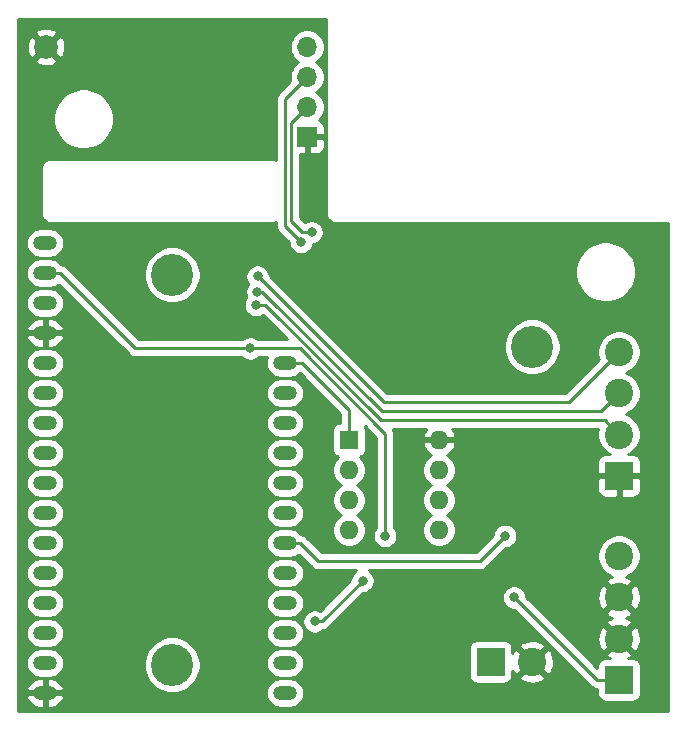
<source format=gbr>
G04 #@! TF.GenerationSoftware,KiCad,Pcbnew,(5.1.5-0-10_14)*
G04 #@! TF.CreationDate,2020-06-30T17:37:43-04:00*
G04 #@! TF.ProjectId,Pinky,50696e6b-792e-46b6-9963-61645f706362,rev?*
G04 #@! TF.SameCoordinates,Original*
G04 #@! TF.FileFunction,Copper,L2,Bot*
G04 #@! TF.FilePolarity,Positive*
%FSLAX46Y46*%
G04 Gerber Fmt 4.6, Leading zero omitted, Abs format (unit mm)*
G04 Created by KiCad (PCBNEW (5.1.5-0-10_14)) date 2020-06-30 17:37:43*
%MOMM*%
%LPD*%
G04 APERTURE LIST*
%ADD10O,1.600000X1.600000*%
%ADD11R,1.600000X1.600000*%
%ADD12O,2.000000X1.200000*%
%ADD13C,2.000000*%
%ADD14C,2.400000*%
%ADD15R,2.400000X2.400000*%
%ADD16O,1.700000X1.700000*%
%ADD17R,1.700000X1.700000*%
%ADD18C,3.556000*%
%ADD19C,0.800000*%
%ADD20C,0.250000*%
%ADD21C,0.254000*%
G04 APERTURE END LIST*
D10*
X150622000Y-93218000D03*
X143002000Y-100838000D03*
X150622000Y-95758000D03*
X143002000Y-98298000D03*
X150622000Y-98298000D03*
X143002000Y-95758000D03*
X150622000Y-100838000D03*
D11*
X143002000Y-93218000D03*
D12*
X117260000Y-114644000D03*
X137580000Y-114644000D03*
X117260000Y-112104000D03*
X137580000Y-112104000D03*
X117260000Y-109564000D03*
X137580000Y-109564000D03*
X117260000Y-107024000D03*
X137580000Y-107024000D03*
X117260000Y-104484000D03*
X137580000Y-104484000D03*
X117260000Y-101944000D03*
X137580000Y-101944000D03*
X117260000Y-99404000D03*
X137580000Y-99404000D03*
X117260000Y-96864000D03*
X137580000Y-96864000D03*
X117260000Y-94324000D03*
X137580000Y-94324000D03*
X117260000Y-91784000D03*
X137580000Y-91784000D03*
X117260000Y-89244000D03*
X137580000Y-89244000D03*
X117260000Y-86704000D03*
X137580000Y-86704000D03*
X117260000Y-84164000D03*
X117260000Y-81624000D03*
X117260000Y-79084000D03*
X117260000Y-76544000D03*
D13*
X117348000Y-59944000D03*
D14*
X158496000Y-112014000D03*
D15*
X154996000Y-112014000D03*
D14*
X165862000Y-103038000D03*
X165862000Y-106538000D03*
X165862000Y-110038000D03*
D15*
X165862000Y-113538000D03*
D14*
X165862000Y-85766000D03*
X165862000Y-89266000D03*
X165862000Y-92766000D03*
D15*
X165862000Y-96266000D03*
D16*
X139446000Y-59944000D03*
X139446000Y-62484000D03*
X139446000Y-65024000D03*
D17*
X139446000Y-67564000D03*
D18*
X128016000Y-79248000D03*
X128016000Y-112268000D03*
X158496000Y-85344000D03*
D19*
X127762000Y-59309000D03*
X150495000Y-78994000D03*
X148209000Y-85090000D03*
X155321000Y-93980000D03*
X144526000Y-107060998D03*
X148717000Y-111251994D03*
X149606000Y-107696000D03*
X151638000Y-115404500D03*
X154305000Y-100711000D03*
X161798000Y-97282000D03*
X142494000Y-76835014D03*
X130048000Y-63500000D03*
X133095990Y-65278000D03*
X156972000Y-106553000D03*
X146050000Y-101346000D03*
X134624660Y-85475660D03*
X138938000Y-76454000D03*
X139827000Y-75638176D03*
X135255000Y-79375000D03*
X135240433Y-80661095D03*
X135123340Y-81792660D03*
X140080999Y-108585000D03*
X144145000Y-105156000D03*
X156210000Y-101346000D03*
D20*
X143002000Y-90678000D02*
X143002000Y-92168000D01*
X137580000Y-86704000D02*
X139028000Y-86704000D01*
X143002000Y-92168000D02*
X143002000Y-93218000D01*
X139028000Y-86704000D02*
X143002000Y-90678000D01*
X157371999Y-106952999D02*
X156972000Y-106553000D01*
X163957000Y-113538000D02*
X157371999Y-106952999D01*
X165862000Y-113538000D02*
X163957000Y-113538000D01*
X134058975Y-85475660D02*
X134624660Y-85475660D01*
X146050000Y-101346000D02*
X146050000Y-92710000D01*
X117260000Y-79084000D02*
X118510000Y-79084000D01*
X124901660Y-85475660D02*
X134058975Y-85475660D01*
X138815660Y-85475660D02*
X135190345Y-85475660D01*
X118510000Y-79084000D02*
X124901660Y-85475660D01*
X146050000Y-92710000D02*
X138815660Y-85475660D01*
X135190345Y-85475660D02*
X134624660Y-85475660D01*
X138596001Y-63333999D02*
X139446000Y-62484000D01*
X137598989Y-75114989D02*
X137598989Y-64331011D01*
X138938000Y-76454000D02*
X137598989Y-75114989D01*
X137598989Y-64331011D02*
X138596001Y-63333999D01*
X138049000Y-66421000D02*
X138596001Y-65873999D01*
X138049000Y-74676000D02*
X138049000Y-66421000D01*
X138596001Y-65873999D02*
X139446000Y-65024000D01*
X139011176Y-75638176D02*
X138049000Y-74676000D01*
X139827000Y-75638176D02*
X139011176Y-75638176D01*
X161585000Y-90043000D02*
X165862000Y-85766000D01*
X135255000Y-79375000D02*
X145923000Y-90043000D01*
X145923000Y-90043000D02*
X161585000Y-90043000D01*
X164323000Y-90805000D02*
X145796000Y-90805000D01*
X145796000Y-90805000D02*
X135652095Y-80661095D01*
X135652095Y-80661095D02*
X135240433Y-80661095D01*
X165862000Y-89266000D02*
X164323000Y-90805000D01*
X135689025Y-81792660D02*
X135123340Y-81792660D01*
X135894660Y-81792660D02*
X135689025Y-81792660D01*
X145668001Y-91566001D02*
X135894660Y-81792660D01*
X164662001Y-91566001D02*
X145668001Y-91566001D01*
X165862000Y-92766000D02*
X164662001Y-91566001D01*
X140716000Y-108585000D02*
X144145000Y-105156000D01*
X140080999Y-108585000D02*
X140716000Y-108585000D01*
X154051000Y-103505000D02*
X156210000Y-101346000D01*
X140391000Y-103505000D02*
X154051000Y-103505000D01*
X138830000Y-101944000D02*
X140391000Y-103505000D01*
X137580000Y-101944000D02*
X138830000Y-101944000D01*
D21*
G36*
X141072000Y-74135581D02*
G01*
X141068807Y-74168000D01*
X141081550Y-74297383D01*
X141119290Y-74421793D01*
X141180575Y-74536450D01*
X141235336Y-74603176D01*
X141263052Y-74636948D01*
X141363550Y-74719425D01*
X141478207Y-74780710D01*
X141602617Y-74818450D01*
X141732000Y-74831193D01*
X141764419Y-74828000D01*
X170028001Y-74828000D01*
X170028000Y-116180000D01*
X114960000Y-116180000D01*
X114960000Y-114961609D01*
X115666538Y-114961609D01*
X115670409Y-114999282D01*
X115762579Y-115224533D01*
X115896922Y-115427474D01*
X116068275Y-115600307D01*
X116270054Y-115736390D01*
X116494504Y-115830493D01*
X116733000Y-115879000D01*
X117133000Y-115879000D01*
X117133000Y-114771000D01*
X117387000Y-114771000D01*
X117387000Y-115879000D01*
X117787000Y-115879000D01*
X118025496Y-115830493D01*
X118249946Y-115736390D01*
X118451725Y-115600307D01*
X118623078Y-115427474D01*
X118757421Y-115224533D01*
X118849591Y-114999282D01*
X118853462Y-114961609D01*
X118728731Y-114771000D01*
X117387000Y-114771000D01*
X117133000Y-114771000D01*
X115791269Y-114771000D01*
X115666538Y-114961609D01*
X114960000Y-114961609D01*
X114960000Y-114326391D01*
X115666538Y-114326391D01*
X115791269Y-114517000D01*
X117133000Y-114517000D01*
X117133000Y-113409000D01*
X117387000Y-113409000D01*
X117387000Y-114517000D01*
X118728731Y-114517000D01*
X118853462Y-114326391D01*
X118849591Y-114288718D01*
X118757421Y-114063467D01*
X118623078Y-113860526D01*
X118451725Y-113687693D01*
X118249946Y-113551610D01*
X118025496Y-113457507D01*
X117787000Y-113409000D01*
X117387000Y-113409000D01*
X117133000Y-113409000D01*
X116733000Y-113409000D01*
X116494504Y-113457507D01*
X116270054Y-113551610D01*
X116068275Y-113687693D01*
X115896922Y-113860526D01*
X115762579Y-114063467D01*
X115670409Y-114288718D01*
X115666538Y-114326391D01*
X114960000Y-114326391D01*
X114960000Y-112104000D01*
X115619025Y-112104000D01*
X115642870Y-112346102D01*
X115713489Y-112578901D01*
X115828167Y-112793449D01*
X115982498Y-112981502D01*
X116170551Y-113135833D01*
X116385099Y-113250511D01*
X116617898Y-113321130D01*
X116799335Y-113339000D01*
X117720665Y-113339000D01*
X117902102Y-113321130D01*
X118134901Y-113250511D01*
X118349449Y-113135833D01*
X118537502Y-112981502D01*
X118691833Y-112793449D01*
X118806511Y-112578901D01*
X118877130Y-112346102D01*
X118900975Y-112104000D01*
X118893721Y-112030340D01*
X125603000Y-112030340D01*
X125603000Y-112505660D01*
X125695731Y-112971846D01*
X125877628Y-113410984D01*
X126141701Y-113806198D01*
X126477802Y-114142299D01*
X126873016Y-114406372D01*
X127312154Y-114588269D01*
X127778340Y-114681000D01*
X128253660Y-114681000D01*
X128439669Y-114644000D01*
X135939025Y-114644000D01*
X135962870Y-114886102D01*
X136033489Y-115118901D01*
X136148167Y-115333449D01*
X136302498Y-115521502D01*
X136490551Y-115675833D01*
X136705099Y-115790511D01*
X136937898Y-115861130D01*
X137119335Y-115879000D01*
X138040665Y-115879000D01*
X138222102Y-115861130D01*
X138454901Y-115790511D01*
X138669449Y-115675833D01*
X138857502Y-115521502D01*
X139011833Y-115333449D01*
X139126511Y-115118901D01*
X139197130Y-114886102D01*
X139220975Y-114644000D01*
X139197130Y-114401898D01*
X139126511Y-114169099D01*
X139011833Y-113954551D01*
X138857502Y-113766498D01*
X138669449Y-113612167D01*
X138454901Y-113497489D01*
X138222102Y-113426870D01*
X138040665Y-113409000D01*
X137119335Y-113409000D01*
X136937898Y-113426870D01*
X136705099Y-113497489D01*
X136490551Y-113612167D01*
X136302498Y-113766498D01*
X136148167Y-113954551D01*
X136033489Y-114169099D01*
X135962870Y-114401898D01*
X135939025Y-114644000D01*
X128439669Y-114644000D01*
X128719846Y-114588269D01*
X129158984Y-114406372D01*
X129554198Y-114142299D01*
X129890299Y-113806198D01*
X130154372Y-113410984D01*
X130336269Y-112971846D01*
X130429000Y-112505660D01*
X130429000Y-112104000D01*
X135939025Y-112104000D01*
X135962870Y-112346102D01*
X136033489Y-112578901D01*
X136148167Y-112793449D01*
X136302498Y-112981502D01*
X136490551Y-113135833D01*
X136705099Y-113250511D01*
X136937898Y-113321130D01*
X137119335Y-113339000D01*
X138040665Y-113339000D01*
X138222102Y-113321130D01*
X138454901Y-113250511D01*
X138669449Y-113135833D01*
X138857502Y-112981502D01*
X139011833Y-112793449D01*
X139126511Y-112578901D01*
X139197130Y-112346102D01*
X139220975Y-112104000D01*
X139197130Y-111861898D01*
X139126511Y-111629099D01*
X139011833Y-111414551D01*
X138857502Y-111226498D01*
X138669449Y-111072167D01*
X138454901Y-110957489D01*
X138222102Y-110886870D01*
X138040665Y-110869000D01*
X137119335Y-110869000D01*
X136937898Y-110886870D01*
X136705099Y-110957489D01*
X136490551Y-111072167D01*
X136302498Y-111226498D01*
X136148167Y-111414551D01*
X136033489Y-111629099D01*
X135962870Y-111861898D01*
X135939025Y-112104000D01*
X130429000Y-112104000D01*
X130429000Y-112030340D01*
X130336269Y-111564154D01*
X130154372Y-111125016D01*
X129946559Y-110814000D01*
X153157928Y-110814000D01*
X153157928Y-113214000D01*
X153170188Y-113338482D01*
X153206498Y-113458180D01*
X153265463Y-113568494D01*
X153344815Y-113665185D01*
X153441506Y-113744537D01*
X153551820Y-113803502D01*
X153671518Y-113839812D01*
X153796000Y-113852072D01*
X156196000Y-113852072D01*
X156320482Y-113839812D01*
X156440180Y-113803502D01*
X156550494Y-113744537D01*
X156647185Y-113665185D01*
X156726537Y-113568494D01*
X156785502Y-113458180D01*
X156821812Y-113338482D01*
X156826391Y-113291980D01*
X157397626Y-113291980D01*
X157517514Y-113576836D01*
X157841210Y-113737699D01*
X158190069Y-113832322D01*
X158550684Y-113857067D01*
X158909198Y-113810985D01*
X159251833Y-113695846D01*
X159474486Y-113576836D01*
X159594374Y-113291980D01*
X158496000Y-112193605D01*
X157397626Y-113291980D01*
X156826391Y-113291980D01*
X156834072Y-113214000D01*
X156834072Y-112807097D01*
X156933164Y-112992486D01*
X157218020Y-113112374D01*
X158316395Y-112014000D01*
X158675605Y-112014000D01*
X159773980Y-113112374D01*
X160058836Y-112992486D01*
X160219699Y-112668790D01*
X160314322Y-112319931D01*
X160339067Y-111959316D01*
X160292985Y-111600802D01*
X160177846Y-111258167D01*
X160058836Y-111035514D01*
X159773980Y-110915626D01*
X158675605Y-112014000D01*
X158316395Y-112014000D01*
X157218020Y-110915626D01*
X156933164Y-111035514D01*
X156834072Y-111234912D01*
X156834072Y-110814000D01*
X156826392Y-110736020D01*
X157397626Y-110736020D01*
X158496000Y-111834395D01*
X159594374Y-110736020D01*
X159474486Y-110451164D01*
X159150790Y-110290301D01*
X158801931Y-110195678D01*
X158441316Y-110170933D01*
X158082802Y-110217015D01*
X157740167Y-110332154D01*
X157517514Y-110451164D01*
X157397626Y-110736020D01*
X156826392Y-110736020D01*
X156821812Y-110689518D01*
X156785502Y-110569820D01*
X156726537Y-110459506D01*
X156647185Y-110362815D01*
X156550494Y-110283463D01*
X156440180Y-110224498D01*
X156320482Y-110188188D01*
X156196000Y-110175928D01*
X153796000Y-110175928D01*
X153671518Y-110188188D01*
X153551820Y-110224498D01*
X153441506Y-110283463D01*
X153344815Y-110362815D01*
X153265463Y-110459506D01*
X153206498Y-110569820D01*
X153170188Y-110689518D01*
X153157928Y-110814000D01*
X129946559Y-110814000D01*
X129890299Y-110729802D01*
X129554198Y-110393701D01*
X129158984Y-110129628D01*
X128719846Y-109947731D01*
X128253660Y-109855000D01*
X127778340Y-109855000D01*
X127312154Y-109947731D01*
X126873016Y-110129628D01*
X126477802Y-110393701D01*
X126141701Y-110729802D01*
X125877628Y-111125016D01*
X125695731Y-111564154D01*
X125603000Y-112030340D01*
X118893721Y-112030340D01*
X118877130Y-111861898D01*
X118806511Y-111629099D01*
X118691833Y-111414551D01*
X118537502Y-111226498D01*
X118349449Y-111072167D01*
X118134901Y-110957489D01*
X117902102Y-110886870D01*
X117720665Y-110869000D01*
X116799335Y-110869000D01*
X116617898Y-110886870D01*
X116385099Y-110957489D01*
X116170551Y-111072167D01*
X115982498Y-111226498D01*
X115828167Y-111414551D01*
X115713489Y-111629099D01*
X115642870Y-111861898D01*
X115619025Y-112104000D01*
X114960000Y-112104000D01*
X114960000Y-109564000D01*
X115619025Y-109564000D01*
X115642870Y-109806102D01*
X115713489Y-110038901D01*
X115828167Y-110253449D01*
X115982498Y-110441502D01*
X116170551Y-110595833D01*
X116385099Y-110710511D01*
X116617898Y-110781130D01*
X116799335Y-110799000D01*
X117720665Y-110799000D01*
X117902102Y-110781130D01*
X118134901Y-110710511D01*
X118349449Y-110595833D01*
X118537502Y-110441502D01*
X118691833Y-110253449D01*
X118806511Y-110038901D01*
X118877130Y-109806102D01*
X118900975Y-109564000D01*
X135939025Y-109564000D01*
X135962870Y-109806102D01*
X136033489Y-110038901D01*
X136148167Y-110253449D01*
X136302498Y-110441502D01*
X136490551Y-110595833D01*
X136705099Y-110710511D01*
X136937898Y-110781130D01*
X137119335Y-110799000D01*
X138040665Y-110799000D01*
X138222102Y-110781130D01*
X138454901Y-110710511D01*
X138669449Y-110595833D01*
X138857502Y-110441502D01*
X139011833Y-110253449D01*
X139126511Y-110038901D01*
X139197130Y-109806102D01*
X139220975Y-109564000D01*
X139197130Y-109321898D01*
X139126511Y-109089099D01*
X139011833Y-108874551D01*
X138857502Y-108686498D01*
X138669449Y-108532167D01*
X138454901Y-108417489D01*
X138222102Y-108346870D01*
X138040665Y-108329000D01*
X137119335Y-108329000D01*
X136937898Y-108346870D01*
X136705099Y-108417489D01*
X136490551Y-108532167D01*
X136302498Y-108686498D01*
X136148167Y-108874551D01*
X136033489Y-109089099D01*
X135962870Y-109321898D01*
X135939025Y-109564000D01*
X118900975Y-109564000D01*
X118877130Y-109321898D01*
X118806511Y-109089099D01*
X118691833Y-108874551D01*
X118537502Y-108686498D01*
X118349449Y-108532167D01*
X118134901Y-108417489D01*
X117902102Y-108346870D01*
X117720665Y-108329000D01*
X116799335Y-108329000D01*
X116617898Y-108346870D01*
X116385099Y-108417489D01*
X116170551Y-108532167D01*
X115982498Y-108686498D01*
X115828167Y-108874551D01*
X115713489Y-109089099D01*
X115642870Y-109321898D01*
X115619025Y-109564000D01*
X114960000Y-109564000D01*
X114960000Y-107024000D01*
X115619025Y-107024000D01*
X115642870Y-107266102D01*
X115713489Y-107498901D01*
X115828167Y-107713449D01*
X115982498Y-107901502D01*
X116170551Y-108055833D01*
X116385099Y-108170511D01*
X116617898Y-108241130D01*
X116799335Y-108259000D01*
X117720665Y-108259000D01*
X117902102Y-108241130D01*
X118134901Y-108170511D01*
X118349449Y-108055833D01*
X118537502Y-107901502D01*
X118691833Y-107713449D01*
X118806511Y-107498901D01*
X118877130Y-107266102D01*
X118900975Y-107024000D01*
X135939025Y-107024000D01*
X135962870Y-107266102D01*
X136033489Y-107498901D01*
X136148167Y-107713449D01*
X136302498Y-107901502D01*
X136490551Y-108055833D01*
X136705099Y-108170511D01*
X136937898Y-108241130D01*
X137119335Y-108259000D01*
X138040665Y-108259000D01*
X138222102Y-108241130D01*
X138454901Y-108170511D01*
X138669449Y-108055833D01*
X138857502Y-107901502D01*
X139011833Y-107713449D01*
X139126511Y-107498901D01*
X139197130Y-107266102D01*
X139220975Y-107024000D01*
X139197130Y-106781898D01*
X139126511Y-106549099D01*
X139011833Y-106334551D01*
X138857502Y-106146498D01*
X138669449Y-105992167D01*
X138454901Y-105877489D01*
X138222102Y-105806870D01*
X138040665Y-105789000D01*
X137119335Y-105789000D01*
X136937898Y-105806870D01*
X136705099Y-105877489D01*
X136490551Y-105992167D01*
X136302498Y-106146498D01*
X136148167Y-106334551D01*
X136033489Y-106549099D01*
X135962870Y-106781898D01*
X135939025Y-107024000D01*
X118900975Y-107024000D01*
X118877130Y-106781898D01*
X118806511Y-106549099D01*
X118691833Y-106334551D01*
X118537502Y-106146498D01*
X118349449Y-105992167D01*
X118134901Y-105877489D01*
X117902102Y-105806870D01*
X117720665Y-105789000D01*
X116799335Y-105789000D01*
X116617898Y-105806870D01*
X116385099Y-105877489D01*
X116170551Y-105992167D01*
X115982498Y-106146498D01*
X115828167Y-106334551D01*
X115713489Y-106549099D01*
X115642870Y-106781898D01*
X115619025Y-107024000D01*
X114960000Y-107024000D01*
X114960000Y-104484000D01*
X115619025Y-104484000D01*
X115642870Y-104726102D01*
X115713489Y-104958901D01*
X115828167Y-105173449D01*
X115982498Y-105361502D01*
X116170551Y-105515833D01*
X116385099Y-105630511D01*
X116617898Y-105701130D01*
X116799335Y-105719000D01*
X117720665Y-105719000D01*
X117902102Y-105701130D01*
X118134901Y-105630511D01*
X118349449Y-105515833D01*
X118537502Y-105361502D01*
X118691833Y-105173449D01*
X118806511Y-104958901D01*
X118877130Y-104726102D01*
X118900975Y-104484000D01*
X135939025Y-104484000D01*
X135962870Y-104726102D01*
X136033489Y-104958901D01*
X136148167Y-105173449D01*
X136302498Y-105361502D01*
X136490551Y-105515833D01*
X136705099Y-105630511D01*
X136937898Y-105701130D01*
X137119335Y-105719000D01*
X138040665Y-105719000D01*
X138222102Y-105701130D01*
X138454901Y-105630511D01*
X138669449Y-105515833D01*
X138857502Y-105361502D01*
X139011833Y-105173449D01*
X139126511Y-104958901D01*
X139197130Y-104726102D01*
X139220975Y-104484000D01*
X139197130Y-104241898D01*
X139126511Y-104009099D01*
X139011833Y-103794551D01*
X138857502Y-103606498D01*
X138669449Y-103452167D01*
X138454901Y-103337489D01*
X138222102Y-103266870D01*
X138040665Y-103249000D01*
X137119335Y-103249000D01*
X136937898Y-103266870D01*
X136705099Y-103337489D01*
X136490551Y-103452167D01*
X136302498Y-103606498D01*
X136148167Y-103794551D01*
X136033489Y-104009099D01*
X135962870Y-104241898D01*
X135939025Y-104484000D01*
X118900975Y-104484000D01*
X118877130Y-104241898D01*
X118806511Y-104009099D01*
X118691833Y-103794551D01*
X118537502Y-103606498D01*
X118349449Y-103452167D01*
X118134901Y-103337489D01*
X117902102Y-103266870D01*
X117720665Y-103249000D01*
X116799335Y-103249000D01*
X116617898Y-103266870D01*
X116385099Y-103337489D01*
X116170551Y-103452167D01*
X115982498Y-103606498D01*
X115828167Y-103794551D01*
X115713489Y-104009099D01*
X115642870Y-104241898D01*
X115619025Y-104484000D01*
X114960000Y-104484000D01*
X114960000Y-101944000D01*
X115619025Y-101944000D01*
X115642870Y-102186102D01*
X115713489Y-102418901D01*
X115828167Y-102633449D01*
X115982498Y-102821502D01*
X116170551Y-102975833D01*
X116385099Y-103090511D01*
X116617898Y-103161130D01*
X116799335Y-103179000D01*
X117720665Y-103179000D01*
X117902102Y-103161130D01*
X118134901Y-103090511D01*
X118349449Y-102975833D01*
X118537502Y-102821502D01*
X118691833Y-102633449D01*
X118806511Y-102418901D01*
X118877130Y-102186102D01*
X118900975Y-101944000D01*
X135939025Y-101944000D01*
X135962870Y-102186102D01*
X136033489Y-102418901D01*
X136148167Y-102633449D01*
X136302498Y-102821502D01*
X136490551Y-102975833D01*
X136705099Y-103090511D01*
X136937898Y-103161130D01*
X137119335Y-103179000D01*
X138040665Y-103179000D01*
X138222102Y-103161130D01*
X138454901Y-103090511D01*
X138669449Y-102975833D01*
X138734031Y-102922832D01*
X139827201Y-104016003D01*
X139850999Y-104045001D01*
X139966724Y-104139974D01*
X140098753Y-104210546D01*
X140242014Y-104254003D01*
X140353667Y-104265000D01*
X140353676Y-104265000D01*
X140390999Y-104268676D01*
X140428322Y-104265000D01*
X143615525Y-104265000D01*
X143485226Y-104352063D01*
X143341063Y-104496226D01*
X143227795Y-104665744D01*
X143149774Y-104854102D01*
X143110000Y-105054061D01*
X143110000Y-105116198D01*
X140562168Y-107664031D01*
X140382897Y-107589774D01*
X140182938Y-107550000D01*
X139979060Y-107550000D01*
X139779101Y-107589774D01*
X139590743Y-107667795D01*
X139421225Y-107781063D01*
X139277062Y-107925226D01*
X139163794Y-108094744D01*
X139085773Y-108283102D01*
X139045999Y-108483061D01*
X139045999Y-108686939D01*
X139085773Y-108886898D01*
X139163794Y-109075256D01*
X139277062Y-109244774D01*
X139421225Y-109388937D01*
X139590743Y-109502205D01*
X139779101Y-109580226D01*
X139979060Y-109620000D01*
X140182938Y-109620000D01*
X140382897Y-109580226D01*
X140571255Y-109502205D01*
X140740773Y-109388937D01*
X140788138Y-109341572D01*
X140864986Y-109334003D01*
X141008247Y-109290546D01*
X141140276Y-109219974D01*
X141256001Y-109125001D01*
X141279804Y-109095997D01*
X143924740Y-106451061D01*
X155937000Y-106451061D01*
X155937000Y-106654939D01*
X155976774Y-106854898D01*
X156054795Y-107043256D01*
X156168063Y-107212774D01*
X156312226Y-107356937D01*
X156481744Y-107470205D01*
X156670102Y-107548226D01*
X156870061Y-107588000D01*
X156932199Y-107588000D01*
X163393201Y-114049003D01*
X163416999Y-114078001D01*
X163532724Y-114172974D01*
X163664753Y-114243546D01*
X163808014Y-114287003D01*
X163919667Y-114298000D01*
X163919675Y-114298000D01*
X163957000Y-114301676D01*
X163994325Y-114298000D01*
X164023928Y-114298000D01*
X164023928Y-114738000D01*
X164036188Y-114862482D01*
X164072498Y-114982180D01*
X164131463Y-115092494D01*
X164210815Y-115189185D01*
X164307506Y-115268537D01*
X164417820Y-115327502D01*
X164537518Y-115363812D01*
X164662000Y-115376072D01*
X167062000Y-115376072D01*
X167186482Y-115363812D01*
X167306180Y-115327502D01*
X167416494Y-115268537D01*
X167513185Y-115189185D01*
X167592537Y-115092494D01*
X167651502Y-114982180D01*
X167687812Y-114862482D01*
X167700072Y-114738000D01*
X167700072Y-112338000D01*
X167687812Y-112213518D01*
X167651502Y-112093820D01*
X167592537Y-111983506D01*
X167513185Y-111886815D01*
X167416494Y-111807463D01*
X167306180Y-111748498D01*
X167186482Y-111712188D01*
X167062000Y-111699928D01*
X166655097Y-111699928D01*
X166840486Y-111600836D01*
X166960374Y-111315980D01*
X165862000Y-110217605D01*
X164763626Y-111315980D01*
X164883514Y-111600836D01*
X165082912Y-111699928D01*
X164662000Y-111699928D01*
X164537518Y-111712188D01*
X164417820Y-111748498D01*
X164307506Y-111807463D01*
X164210815Y-111886815D01*
X164131463Y-111983506D01*
X164072498Y-112093820D01*
X164036188Y-112213518D01*
X164023928Y-112338000D01*
X164023928Y-112530126D01*
X161586486Y-110092684D01*
X164018933Y-110092684D01*
X164065015Y-110451198D01*
X164180154Y-110793833D01*
X164299164Y-111016486D01*
X164584020Y-111136374D01*
X165682395Y-110038000D01*
X166041605Y-110038000D01*
X167139980Y-111136374D01*
X167424836Y-111016486D01*
X167585699Y-110692790D01*
X167680322Y-110343931D01*
X167705067Y-109983316D01*
X167658985Y-109624802D01*
X167543846Y-109282167D01*
X167424836Y-109059514D01*
X167139980Y-108939626D01*
X166041605Y-110038000D01*
X165682395Y-110038000D01*
X164584020Y-108939626D01*
X164299164Y-109059514D01*
X164138301Y-109383210D01*
X164043678Y-109732069D01*
X164018933Y-110092684D01*
X161586486Y-110092684D01*
X159309782Y-107815980D01*
X164763626Y-107815980D01*
X164883514Y-108100836D01*
X165207210Y-108261699D01*
X165306836Y-108288721D01*
X165106167Y-108356154D01*
X164883514Y-108475164D01*
X164763626Y-108760020D01*
X165862000Y-109858395D01*
X166960374Y-108760020D01*
X166840486Y-108475164D01*
X166516790Y-108314301D01*
X166417164Y-108287279D01*
X166617833Y-108219846D01*
X166840486Y-108100836D01*
X166960374Y-107815980D01*
X165862000Y-106717605D01*
X164763626Y-107815980D01*
X159309782Y-107815980D01*
X158086486Y-106592684D01*
X164018933Y-106592684D01*
X164065015Y-106951198D01*
X164180154Y-107293833D01*
X164299164Y-107516486D01*
X164584020Y-107636374D01*
X165682395Y-106538000D01*
X166041605Y-106538000D01*
X167139980Y-107636374D01*
X167424836Y-107516486D01*
X167585699Y-107192790D01*
X167680322Y-106843931D01*
X167705067Y-106483316D01*
X167658985Y-106124802D01*
X167543846Y-105782167D01*
X167424836Y-105559514D01*
X167139980Y-105439626D01*
X166041605Y-106538000D01*
X165682395Y-106538000D01*
X164584020Y-105439626D01*
X164299164Y-105559514D01*
X164138301Y-105883210D01*
X164043678Y-106232069D01*
X164018933Y-106592684D01*
X158086486Y-106592684D01*
X158007000Y-106513199D01*
X158007000Y-106451061D01*
X157967226Y-106251102D01*
X157889205Y-106062744D01*
X157775937Y-105893226D01*
X157631774Y-105749063D01*
X157462256Y-105635795D01*
X157273898Y-105557774D01*
X157073939Y-105518000D01*
X156870061Y-105518000D01*
X156670102Y-105557774D01*
X156481744Y-105635795D01*
X156312226Y-105749063D01*
X156168063Y-105893226D01*
X156054795Y-106062744D01*
X155976774Y-106251102D01*
X155937000Y-106451061D01*
X143924740Y-106451061D01*
X144184802Y-106191000D01*
X144246939Y-106191000D01*
X144446898Y-106151226D01*
X144635256Y-106073205D01*
X144804774Y-105959937D01*
X144948937Y-105815774D01*
X145062205Y-105646256D01*
X145140226Y-105457898D01*
X145180000Y-105257939D01*
X145180000Y-105054061D01*
X145140226Y-104854102D01*
X145062205Y-104665744D01*
X144948937Y-104496226D01*
X144804774Y-104352063D01*
X144674475Y-104265000D01*
X154013678Y-104265000D01*
X154051000Y-104268676D01*
X154088322Y-104265000D01*
X154088333Y-104265000D01*
X154199986Y-104254003D01*
X154343247Y-104210546D01*
X154475276Y-104139974D01*
X154591001Y-104045001D01*
X154614804Y-104015997D01*
X155773533Y-102857268D01*
X164027000Y-102857268D01*
X164027000Y-103218732D01*
X164097518Y-103573250D01*
X164235844Y-103907199D01*
X164436662Y-104207744D01*
X164692256Y-104463338D01*
X164992801Y-104664156D01*
X165299489Y-104791190D01*
X165106167Y-104856154D01*
X164883514Y-104975164D01*
X164763626Y-105260020D01*
X165862000Y-106358395D01*
X166960374Y-105260020D01*
X166840486Y-104975164D01*
X166516790Y-104814301D01*
X166427310Y-104790031D01*
X166731199Y-104664156D01*
X167031744Y-104463338D01*
X167287338Y-104207744D01*
X167488156Y-103907199D01*
X167626482Y-103573250D01*
X167697000Y-103218732D01*
X167697000Y-102857268D01*
X167626482Y-102502750D01*
X167488156Y-102168801D01*
X167287338Y-101868256D01*
X167031744Y-101612662D01*
X166731199Y-101411844D01*
X166397250Y-101273518D01*
X166042732Y-101203000D01*
X165681268Y-101203000D01*
X165326750Y-101273518D01*
X164992801Y-101411844D01*
X164692256Y-101612662D01*
X164436662Y-101868256D01*
X164235844Y-102168801D01*
X164097518Y-102502750D01*
X164027000Y-102857268D01*
X155773533Y-102857268D01*
X156249802Y-102381000D01*
X156311939Y-102381000D01*
X156511898Y-102341226D01*
X156700256Y-102263205D01*
X156869774Y-102149937D01*
X157013937Y-102005774D01*
X157127205Y-101836256D01*
X157205226Y-101647898D01*
X157245000Y-101447939D01*
X157245000Y-101244061D01*
X157205226Y-101044102D01*
X157127205Y-100855744D01*
X157013937Y-100686226D01*
X156869774Y-100542063D01*
X156700256Y-100428795D01*
X156511898Y-100350774D01*
X156311939Y-100311000D01*
X156108061Y-100311000D01*
X155908102Y-100350774D01*
X155719744Y-100428795D01*
X155550226Y-100542063D01*
X155406063Y-100686226D01*
X155292795Y-100855744D01*
X155214774Y-101044102D01*
X155175000Y-101244061D01*
X155175000Y-101306198D01*
X153736199Y-102745000D01*
X140705802Y-102745000D01*
X139393804Y-101433003D01*
X139370001Y-101403999D01*
X139254276Y-101309026D01*
X139122247Y-101238454D01*
X138978986Y-101194997D01*
X138961549Y-101193280D01*
X138857502Y-101066498D01*
X138669449Y-100912167D01*
X138454901Y-100797489D01*
X138222102Y-100726870D01*
X138040665Y-100709000D01*
X137119335Y-100709000D01*
X136937898Y-100726870D01*
X136705099Y-100797489D01*
X136490551Y-100912167D01*
X136302498Y-101066498D01*
X136148167Y-101254551D01*
X136033489Y-101469099D01*
X135962870Y-101701898D01*
X135939025Y-101944000D01*
X118900975Y-101944000D01*
X118877130Y-101701898D01*
X118806511Y-101469099D01*
X118691833Y-101254551D01*
X118537502Y-101066498D01*
X118349449Y-100912167D01*
X118134901Y-100797489D01*
X117902102Y-100726870D01*
X117720665Y-100709000D01*
X116799335Y-100709000D01*
X116617898Y-100726870D01*
X116385099Y-100797489D01*
X116170551Y-100912167D01*
X115982498Y-101066498D01*
X115828167Y-101254551D01*
X115713489Y-101469099D01*
X115642870Y-101701898D01*
X115619025Y-101944000D01*
X114960000Y-101944000D01*
X114960000Y-99404000D01*
X115619025Y-99404000D01*
X115642870Y-99646102D01*
X115713489Y-99878901D01*
X115828167Y-100093449D01*
X115982498Y-100281502D01*
X116170551Y-100435833D01*
X116385099Y-100550511D01*
X116617898Y-100621130D01*
X116799335Y-100639000D01*
X117720665Y-100639000D01*
X117902102Y-100621130D01*
X118134901Y-100550511D01*
X118349449Y-100435833D01*
X118537502Y-100281502D01*
X118691833Y-100093449D01*
X118806511Y-99878901D01*
X118877130Y-99646102D01*
X118900975Y-99404000D01*
X135939025Y-99404000D01*
X135962870Y-99646102D01*
X136033489Y-99878901D01*
X136148167Y-100093449D01*
X136302498Y-100281502D01*
X136490551Y-100435833D01*
X136705099Y-100550511D01*
X136937898Y-100621130D01*
X137119335Y-100639000D01*
X138040665Y-100639000D01*
X138222102Y-100621130D01*
X138454901Y-100550511D01*
X138669449Y-100435833D01*
X138857502Y-100281502D01*
X139011833Y-100093449D01*
X139126511Y-99878901D01*
X139197130Y-99646102D01*
X139220975Y-99404000D01*
X139197130Y-99161898D01*
X139126511Y-98929099D01*
X139011833Y-98714551D01*
X138857502Y-98526498D01*
X138669449Y-98372167D01*
X138454901Y-98257489D01*
X138222102Y-98186870D01*
X138040665Y-98169000D01*
X137119335Y-98169000D01*
X136937898Y-98186870D01*
X136705099Y-98257489D01*
X136490551Y-98372167D01*
X136302498Y-98526498D01*
X136148167Y-98714551D01*
X136033489Y-98929099D01*
X135962870Y-99161898D01*
X135939025Y-99404000D01*
X118900975Y-99404000D01*
X118877130Y-99161898D01*
X118806511Y-98929099D01*
X118691833Y-98714551D01*
X118537502Y-98526498D01*
X118349449Y-98372167D01*
X118134901Y-98257489D01*
X117902102Y-98186870D01*
X117720665Y-98169000D01*
X116799335Y-98169000D01*
X116617898Y-98186870D01*
X116385099Y-98257489D01*
X116170551Y-98372167D01*
X115982498Y-98526498D01*
X115828167Y-98714551D01*
X115713489Y-98929099D01*
X115642870Y-99161898D01*
X115619025Y-99404000D01*
X114960000Y-99404000D01*
X114960000Y-96864000D01*
X115619025Y-96864000D01*
X115642870Y-97106102D01*
X115713489Y-97338901D01*
X115828167Y-97553449D01*
X115982498Y-97741502D01*
X116170551Y-97895833D01*
X116385099Y-98010511D01*
X116617898Y-98081130D01*
X116799335Y-98099000D01*
X117720665Y-98099000D01*
X117902102Y-98081130D01*
X118134901Y-98010511D01*
X118349449Y-97895833D01*
X118537502Y-97741502D01*
X118691833Y-97553449D01*
X118806511Y-97338901D01*
X118877130Y-97106102D01*
X118900975Y-96864000D01*
X135939025Y-96864000D01*
X135962870Y-97106102D01*
X136033489Y-97338901D01*
X136148167Y-97553449D01*
X136302498Y-97741502D01*
X136490551Y-97895833D01*
X136705099Y-98010511D01*
X136937898Y-98081130D01*
X137119335Y-98099000D01*
X138040665Y-98099000D01*
X138222102Y-98081130D01*
X138454901Y-98010511D01*
X138669449Y-97895833D01*
X138857502Y-97741502D01*
X139011833Y-97553449D01*
X139126511Y-97338901D01*
X139197130Y-97106102D01*
X139220975Y-96864000D01*
X139197130Y-96621898D01*
X139126511Y-96389099D01*
X139011833Y-96174551D01*
X138857502Y-95986498D01*
X138669449Y-95832167D01*
X138454901Y-95717489D01*
X138222102Y-95646870D01*
X138040665Y-95629000D01*
X137119335Y-95629000D01*
X136937898Y-95646870D01*
X136705099Y-95717489D01*
X136490551Y-95832167D01*
X136302498Y-95986498D01*
X136148167Y-96174551D01*
X136033489Y-96389099D01*
X135962870Y-96621898D01*
X135939025Y-96864000D01*
X118900975Y-96864000D01*
X118877130Y-96621898D01*
X118806511Y-96389099D01*
X118691833Y-96174551D01*
X118537502Y-95986498D01*
X118349449Y-95832167D01*
X118134901Y-95717489D01*
X117902102Y-95646870D01*
X117720665Y-95629000D01*
X116799335Y-95629000D01*
X116617898Y-95646870D01*
X116385099Y-95717489D01*
X116170551Y-95832167D01*
X115982498Y-95986498D01*
X115828167Y-96174551D01*
X115713489Y-96389099D01*
X115642870Y-96621898D01*
X115619025Y-96864000D01*
X114960000Y-96864000D01*
X114960000Y-94324000D01*
X115619025Y-94324000D01*
X115642870Y-94566102D01*
X115713489Y-94798901D01*
X115828167Y-95013449D01*
X115982498Y-95201502D01*
X116170551Y-95355833D01*
X116385099Y-95470511D01*
X116617898Y-95541130D01*
X116799335Y-95559000D01*
X117720665Y-95559000D01*
X117902102Y-95541130D01*
X118134901Y-95470511D01*
X118349449Y-95355833D01*
X118537502Y-95201502D01*
X118691833Y-95013449D01*
X118806511Y-94798901D01*
X118877130Y-94566102D01*
X118900975Y-94324000D01*
X135939025Y-94324000D01*
X135962870Y-94566102D01*
X136033489Y-94798901D01*
X136148167Y-95013449D01*
X136302498Y-95201502D01*
X136490551Y-95355833D01*
X136705099Y-95470511D01*
X136937898Y-95541130D01*
X137119335Y-95559000D01*
X138040665Y-95559000D01*
X138222102Y-95541130D01*
X138454901Y-95470511D01*
X138669449Y-95355833D01*
X138857502Y-95201502D01*
X139011833Y-95013449D01*
X139126511Y-94798901D01*
X139197130Y-94566102D01*
X139220975Y-94324000D01*
X139197130Y-94081898D01*
X139126511Y-93849099D01*
X139011833Y-93634551D01*
X138857502Y-93446498D01*
X138669449Y-93292167D01*
X138454901Y-93177489D01*
X138222102Y-93106870D01*
X138040665Y-93089000D01*
X137119335Y-93089000D01*
X136937898Y-93106870D01*
X136705099Y-93177489D01*
X136490551Y-93292167D01*
X136302498Y-93446498D01*
X136148167Y-93634551D01*
X136033489Y-93849099D01*
X135962870Y-94081898D01*
X135939025Y-94324000D01*
X118900975Y-94324000D01*
X118877130Y-94081898D01*
X118806511Y-93849099D01*
X118691833Y-93634551D01*
X118537502Y-93446498D01*
X118349449Y-93292167D01*
X118134901Y-93177489D01*
X117902102Y-93106870D01*
X117720665Y-93089000D01*
X116799335Y-93089000D01*
X116617898Y-93106870D01*
X116385099Y-93177489D01*
X116170551Y-93292167D01*
X115982498Y-93446498D01*
X115828167Y-93634551D01*
X115713489Y-93849099D01*
X115642870Y-94081898D01*
X115619025Y-94324000D01*
X114960000Y-94324000D01*
X114960000Y-91784000D01*
X115619025Y-91784000D01*
X115642870Y-92026102D01*
X115713489Y-92258901D01*
X115828167Y-92473449D01*
X115982498Y-92661502D01*
X116170551Y-92815833D01*
X116385099Y-92930511D01*
X116617898Y-93001130D01*
X116799335Y-93019000D01*
X117720665Y-93019000D01*
X117902102Y-93001130D01*
X118134901Y-92930511D01*
X118349449Y-92815833D01*
X118537502Y-92661502D01*
X118691833Y-92473449D01*
X118806511Y-92258901D01*
X118877130Y-92026102D01*
X118900975Y-91784000D01*
X135939025Y-91784000D01*
X135962870Y-92026102D01*
X136033489Y-92258901D01*
X136148167Y-92473449D01*
X136302498Y-92661502D01*
X136490551Y-92815833D01*
X136705099Y-92930511D01*
X136937898Y-93001130D01*
X137119335Y-93019000D01*
X138040665Y-93019000D01*
X138222102Y-93001130D01*
X138454901Y-92930511D01*
X138669449Y-92815833D01*
X138857502Y-92661502D01*
X139011833Y-92473449D01*
X139126511Y-92258901D01*
X139197130Y-92026102D01*
X139220975Y-91784000D01*
X139197130Y-91541898D01*
X139126511Y-91309099D01*
X139011833Y-91094551D01*
X138857502Y-90906498D01*
X138669449Y-90752167D01*
X138454901Y-90637489D01*
X138222102Y-90566870D01*
X138040665Y-90549000D01*
X137119335Y-90549000D01*
X136937898Y-90566870D01*
X136705099Y-90637489D01*
X136490551Y-90752167D01*
X136302498Y-90906498D01*
X136148167Y-91094551D01*
X136033489Y-91309099D01*
X135962870Y-91541898D01*
X135939025Y-91784000D01*
X118900975Y-91784000D01*
X118877130Y-91541898D01*
X118806511Y-91309099D01*
X118691833Y-91094551D01*
X118537502Y-90906498D01*
X118349449Y-90752167D01*
X118134901Y-90637489D01*
X117902102Y-90566870D01*
X117720665Y-90549000D01*
X116799335Y-90549000D01*
X116617898Y-90566870D01*
X116385099Y-90637489D01*
X116170551Y-90752167D01*
X115982498Y-90906498D01*
X115828167Y-91094551D01*
X115713489Y-91309099D01*
X115642870Y-91541898D01*
X115619025Y-91784000D01*
X114960000Y-91784000D01*
X114960000Y-89244000D01*
X115619025Y-89244000D01*
X115642870Y-89486102D01*
X115713489Y-89718901D01*
X115828167Y-89933449D01*
X115982498Y-90121502D01*
X116170551Y-90275833D01*
X116385099Y-90390511D01*
X116617898Y-90461130D01*
X116799335Y-90479000D01*
X117720665Y-90479000D01*
X117902102Y-90461130D01*
X118134901Y-90390511D01*
X118349449Y-90275833D01*
X118537502Y-90121502D01*
X118691833Y-89933449D01*
X118806511Y-89718901D01*
X118877130Y-89486102D01*
X118900975Y-89244000D01*
X135939025Y-89244000D01*
X135962870Y-89486102D01*
X136033489Y-89718901D01*
X136148167Y-89933449D01*
X136302498Y-90121502D01*
X136490551Y-90275833D01*
X136705099Y-90390511D01*
X136937898Y-90461130D01*
X137119335Y-90479000D01*
X138040665Y-90479000D01*
X138222102Y-90461130D01*
X138454901Y-90390511D01*
X138669449Y-90275833D01*
X138857502Y-90121502D01*
X139011833Y-89933449D01*
X139126511Y-89718901D01*
X139197130Y-89486102D01*
X139220975Y-89244000D01*
X139197130Y-89001898D01*
X139126511Y-88769099D01*
X139011833Y-88554551D01*
X138857502Y-88366498D01*
X138669449Y-88212167D01*
X138454901Y-88097489D01*
X138222102Y-88026870D01*
X138040665Y-88009000D01*
X137119335Y-88009000D01*
X136937898Y-88026870D01*
X136705099Y-88097489D01*
X136490551Y-88212167D01*
X136302498Y-88366498D01*
X136148167Y-88554551D01*
X136033489Y-88769099D01*
X135962870Y-89001898D01*
X135939025Y-89244000D01*
X118900975Y-89244000D01*
X118877130Y-89001898D01*
X118806511Y-88769099D01*
X118691833Y-88554551D01*
X118537502Y-88366498D01*
X118349449Y-88212167D01*
X118134901Y-88097489D01*
X117902102Y-88026870D01*
X117720665Y-88009000D01*
X116799335Y-88009000D01*
X116617898Y-88026870D01*
X116385099Y-88097489D01*
X116170551Y-88212167D01*
X115982498Y-88366498D01*
X115828167Y-88554551D01*
X115713489Y-88769099D01*
X115642870Y-89001898D01*
X115619025Y-89244000D01*
X114960000Y-89244000D01*
X114960000Y-86704000D01*
X115619025Y-86704000D01*
X115642870Y-86946102D01*
X115713489Y-87178901D01*
X115828167Y-87393449D01*
X115982498Y-87581502D01*
X116170551Y-87735833D01*
X116385099Y-87850511D01*
X116617898Y-87921130D01*
X116799335Y-87939000D01*
X117720665Y-87939000D01*
X117902102Y-87921130D01*
X118134901Y-87850511D01*
X118349449Y-87735833D01*
X118537502Y-87581502D01*
X118691833Y-87393449D01*
X118806511Y-87178901D01*
X118877130Y-86946102D01*
X118900975Y-86704000D01*
X118877130Y-86461898D01*
X118806511Y-86229099D01*
X118691833Y-86014551D01*
X118537502Y-85826498D01*
X118349449Y-85672167D01*
X118134901Y-85557489D01*
X117902102Y-85486870D01*
X117720665Y-85469000D01*
X116799335Y-85469000D01*
X116617898Y-85486870D01*
X116385099Y-85557489D01*
X116170551Y-85672167D01*
X115982498Y-85826498D01*
X115828167Y-86014551D01*
X115713489Y-86229099D01*
X115642870Y-86461898D01*
X115619025Y-86704000D01*
X114960000Y-86704000D01*
X114960000Y-84481609D01*
X115666538Y-84481609D01*
X115670409Y-84519282D01*
X115762579Y-84744533D01*
X115896922Y-84947474D01*
X116068275Y-85120307D01*
X116270054Y-85256390D01*
X116494504Y-85350493D01*
X116733000Y-85399000D01*
X117133000Y-85399000D01*
X117133000Y-84291000D01*
X117387000Y-84291000D01*
X117387000Y-85399000D01*
X117787000Y-85399000D01*
X118025496Y-85350493D01*
X118249946Y-85256390D01*
X118451725Y-85120307D01*
X118623078Y-84947474D01*
X118757421Y-84744533D01*
X118849591Y-84519282D01*
X118853462Y-84481609D01*
X118728731Y-84291000D01*
X117387000Y-84291000D01*
X117133000Y-84291000D01*
X115791269Y-84291000D01*
X115666538Y-84481609D01*
X114960000Y-84481609D01*
X114960000Y-83846391D01*
X115666538Y-83846391D01*
X115791269Y-84037000D01*
X117133000Y-84037000D01*
X117133000Y-82929000D01*
X117387000Y-82929000D01*
X117387000Y-84037000D01*
X118728731Y-84037000D01*
X118853462Y-83846391D01*
X118849591Y-83808718D01*
X118757421Y-83583467D01*
X118623078Y-83380526D01*
X118451725Y-83207693D01*
X118249946Y-83071610D01*
X118025496Y-82977507D01*
X117787000Y-82929000D01*
X117387000Y-82929000D01*
X117133000Y-82929000D01*
X116733000Y-82929000D01*
X116494504Y-82977507D01*
X116270054Y-83071610D01*
X116068275Y-83207693D01*
X115896922Y-83380526D01*
X115762579Y-83583467D01*
X115670409Y-83808718D01*
X115666538Y-83846391D01*
X114960000Y-83846391D01*
X114960000Y-81624000D01*
X115619025Y-81624000D01*
X115642870Y-81866102D01*
X115713489Y-82098901D01*
X115828167Y-82313449D01*
X115982498Y-82501502D01*
X116170551Y-82655833D01*
X116385099Y-82770511D01*
X116617898Y-82841130D01*
X116799335Y-82859000D01*
X117720665Y-82859000D01*
X117902102Y-82841130D01*
X118134901Y-82770511D01*
X118349449Y-82655833D01*
X118537502Y-82501502D01*
X118691833Y-82313449D01*
X118806511Y-82098901D01*
X118877130Y-81866102D01*
X118900975Y-81624000D01*
X118877130Y-81381898D01*
X118806511Y-81149099D01*
X118691833Y-80934551D01*
X118537502Y-80746498D01*
X118349449Y-80592167D01*
X118134901Y-80477489D01*
X117902102Y-80406870D01*
X117720665Y-80389000D01*
X116799335Y-80389000D01*
X116617898Y-80406870D01*
X116385099Y-80477489D01*
X116170551Y-80592167D01*
X115982498Y-80746498D01*
X115828167Y-80934551D01*
X115713489Y-81149099D01*
X115642870Y-81381898D01*
X115619025Y-81624000D01*
X114960000Y-81624000D01*
X114960000Y-79084000D01*
X115619025Y-79084000D01*
X115642870Y-79326102D01*
X115713489Y-79558901D01*
X115828167Y-79773449D01*
X115982498Y-79961502D01*
X116170551Y-80115833D01*
X116385099Y-80230511D01*
X116617898Y-80301130D01*
X116799335Y-80319000D01*
X117720665Y-80319000D01*
X117902102Y-80301130D01*
X118134901Y-80230511D01*
X118349449Y-80115833D01*
X118414031Y-80062832D01*
X124337860Y-85986662D01*
X124361659Y-86015661D01*
X124477384Y-86110634D01*
X124609413Y-86181206D01*
X124752674Y-86224663D01*
X124864327Y-86235660D01*
X124864336Y-86235660D01*
X124901659Y-86239336D01*
X124938982Y-86235660D01*
X133920949Y-86235660D01*
X133964886Y-86279597D01*
X134134404Y-86392865D01*
X134322762Y-86470886D01*
X134522721Y-86510660D01*
X134726599Y-86510660D01*
X134926558Y-86470886D01*
X135114916Y-86392865D01*
X135284434Y-86279597D01*
X135328371Y-86235660D01*
X136031499Y-86235660D01*
X135962870Y-86461898D01*
X135939025Y-86704000D01*
X135962870Y-86946102D01*
X136033489Y-87178901D01*
X136148167Y-87393449D01*
X136302498Y-87581502D01*
X136490551Y-87735833D01*
X136705099Y-87850511D01*
X136937898Y-87921130D01*
X137119335Y-87939000D01*
X138040665Y-87939000D01*
X138222102Y-87921130D01*
X138454901Y-87850511D01*
X138669449Y-87735833D01*
X138842782Y-87593583D01*
X142242000Y-90992802D01*
X142242001Y-91779928D01*
X142202000Y-91779928D01*
X142077518Y-91792188D01*
X141957820Y-91828498D01*
X141847506Y-91887463D01*
X141750815Y-91966815D01*
X141671463Y-92063506D01*
X141612498Y-92173820D01*
X141576188Y-92293518D01*
X141563928Y-92418000D01*
X141563928Y-94018000D01*
X141576188Y-94142482D01*
X141612498Y-94262180D01*
X141671463Y-94372494D01*
X141750815Y-94469185D01*
X141847506Y-94548537D01*
X141957820Y-94607502D01*
X142077518Y-94643812D01*
X142085961Y-94644643D01*
X141887363Y-94843241D01*
X141730320Y-95078273D01*
X141622147Y-95339426D01*
X141567000Y-95616665D01*
X141567000Y-95899335D01*
X141622147Y-96176574D01*
X141730320Y-96437727D01*
X141887363Y-96672759D01*
X142087241Y-96872637D01*
X142319759Y-97028000D01*
X142087241Y-97183363D01*
X141887363Y-97383241D01*
X141730320Y-97618273D01*
X141622147Y-97879426D01*
X141567000Y-98156665D01*
X141567000Y-98439335D01*
X141622147Y-98716574D01*
X141730320Y-98977727D01*
X141887363Y-99212759D01*
X142087241Y-99412637D01*
X142319759Y-99568000D01*
X142087241Y-99723363D01*
X141887363Y-99923241D01*
X141730320Y-100158273D01*
X141622147Y-100419426D01*
X141567000Y-100696665D01*
X141567000Y-100979335D01*
X141622147Y-101256574D01*
X141730320Y-101517727D01*
X141887363Y-101752759D01*
X142087241Y-101952637D01*
X142322273Y-102109680D01*
X142583426Y-102217853D01*
X142860665Y-102273000D01*
X143143335Y-102273000D01*
X143420574Y-102217853D01*
X143681727Y-102109680D01*
X143916759Y-101952637D01*
X144116637Y-101752759D01*
X144273680Y-101517727D01*
X144381853Y-101256574D01*
X144437000Y-100979335D01*
X144437000Y-100696665D01*
X144381853Y-100419426D01*
X144273680Y-100158273D01*
X144116637Y-99923241D01*
X143916759Y-99723363D01*
X143684241Y-99568000D01*
X143916759Y-99412637D01*
X144116637Y-99212759D01*
X144273680Y-98977727D01*
X144381853Y-98716574D01*
X144437000Y-98439335D01*
X144437000Y-98156665D01*
X144381853Y-97879426D01*
X144273680Y-97618273D01*
X144116637Y-97383241D01*
X143916759Y-97183363D01*
X143684241Y-97028000D01*
X143916759Y-96872637D01*
X144116637Y-96672759D01*
X144273680Y-96437727D01*
X144381853Y-96176574D01*
X144437000Y-95899335D01*
X144437000Y-95616665D01*
X144381853Y-95339426D01*
X144273680Y-95078273D01*
X144116637Y-94843241D01*
X143918039Y-94644643D01*
X143926482Y-94643812D01*
X144046180Y-94607502D01*
X144156494Y-94548537D01*
X144253185Y-94469185D01*
X144332537Y-94372494D01*
X144391502Y-94262180D01*
X144427812Y-94142482D01*
X144440072Y-94018000D01*
X144440072Y-92418000D01*
X144427812Y-92293518D01*
X144391502Y-92173820D01*
X144336938Y-92071740D01*
X145290001Y-93024803D01*
X145290000Y-100642289D01*
X145246063Y-100686226D01*
X145132795Y-100855744D01*
X145054774Y-101044102D01*
X145015000Y-101244061D01*
X145015000Y-101447939D01*
X145054774Y-101647898D01*
X145132795Y-101836256D01*
X145246063Y-102005774D01*
X145390226Y-102149937D01*
X145559744Y-102263205D01*
X145748102Y-102341226D01*
X145948061Y-102381000D01*
X146151939Y-102381000D01*
X146351898Y-102341226D01*
X146540256Y-102263205D01*
X146709774Y-102149937D01*
X146853937Y-102005774D01*
X146967205Y-101836256D01*
X147045226Y-101647898D01*
X147085000Y-101447939D01*
X147085000Y-101244061D01*
X147045226Y-101044102D01*
X146967205Y-100855744D01*
X146853937Y-100686226D01*
X146810000Y-100642289D01*
X146810000Y-95616665D01*
X149187000Y-95616665D01*
X149187000Y-95899335D01*
X149242147Y-96176574D01*
X149350320Y-96437727D01*
X149507363Y-96672759D01*
X149707241Y-96872637D01*
X149939759Y-97028000D01*
X149707241Y-97183363D01*
X149507363Y-97383241D01*
X149350320Y-97618273D01*
X149242147Y-97879426D01*
X149187000Y-98156665D01*
X149187000Y-98439335D01*
X149242147Y-98716574D01*
X149350320Y-98977727D01*
X149507363Y-99212759D01*
X149707241Y-99412637D01*
X149939759Y-99568000D01*
X149707241Y-99723363D01*
X149507363Y-99923241D01*
X149350320Y-100158273D01*
X149242147Y-100419426D01*
X149187000Y-100696665D01*
X149187000Y-100979335D01*
X149242147Y-101256574D01*
X149350320Y-101517727D01*
X149507363Y-101752759D01*
X149707241Y-101952637D01*
X149942273Y-102109680D01*
X150203426Y-102217853D01*
X150480665Y-102273000D01*
X150763335Y-102273000D01*
X151040574Y-102217853D01*
X151301727Y-102109680D01*
X151536759Y-101952637D01*
X151736637Y-101752759D01*
X151893680Y-101517727D01*
X152001853Y-101256574D01*
X152057000Y-100979335D01*
X152057000Y-100696665D01*
X152001853Y-100419426D01*
X151893680Y-100158273D01*
X151736637Y-99923241D01*
X151536759Y-99723363D01*
X151304241Y-99568000D01*
X151536759Y-99412637D01*
X151736637Y-99212759D01*
X151893680Y-98977727D01*
X152001853Y-98716574D01*
X152057000Y-98439335D01*
X152057000Y-98156665D01*
X152001853Y-97879426D01*
X151893680Y-97618273D01*
X151791935Y-97466000D01*
X164023928Y-97466000D01*
X164036188Y-97590482D01*
X164072498Y-97710180D01*
X164131463Y-97820494D01*
X164210815Y-97917185D01*
X164307506Y-97996537D01*
X164417820Y-98055502D01*
X164537518Y-98091812D01*
X164662000Y-98104072D01*
X165576250Y-98101000D01*
X165735000Y-97942250D01*
X165735000Y-96393000D01*
X165989000Y-96393000D01*
X165989000Y-97942250D01*
X166147750Y-98101000D01*
X167062000Y-98104072D01*
X167186482Y-98091812D01*
X167306180Y-98055502D01*
X167416494Y-97996537D01*
X167513185Y-97917185D01*
X167592537Y-97820494D01*
X167651502Y-97710180D01*
X167687812Y-97590482D01*
X167700072Y-97466000D01*
X167697000Y-96551750D01*
X167538250Y-96393000D01*
X165989000Y-96393000D01*
X165735000Y-96393000D01*
X164185750Y-96393000D01*
X164027000Y-96551750D01*
X164023928Y-97466000D01*
X151791935Y-97466000D01*
X151736637Y-97383241D01*
X151536759Y-97183363D01*
X151304241Y-97028000D01*
X151536759Y-96872637D01*
X151736637Y-96672759D01*
X151893680Y-96437727D01*
X152001853Y-96176574D01*
X152057000Y-95899335D01*
X152057000Y-95616665D01*
X152001853Y-95339426D01*
X151893680Y-95078273D01*
X151736637Y-94843241D01*
X151536759Y-94643363D01*
X151301727Y-94486320D01*
X151291135Y-94481933D01*
X151477131Y-94370385D01*
X151685519Y-94181414D01*
X151853037Y-93955420D01*
X151973246Y-93701087D01*
X152013904Y-93567039D01*
X151891915Y-93345000D01*
X150749000Y-93345000D01*
X150749000Y-93365000D01*
X150495000Y-93365000D01*
X150495000Y-93345000D01*
X149352085Y-93345000D01*
X149230096Y-93567039D01*
X149270754Y-93701087D01*
X149390963Y-93955420D01*
X149558481Y-94181414D01*
X149766869Y-94370385D01*
X149952865Y-94481933D01*
X149942273Y-94486320D01*
X149707241Y-94643363D01*
X149507363Y-94843241D01*
X149350320Y-95078273D01*
X149242147Y-95339426D01*
X149187000Y-95616665D01*
X146810000Y-95616665D01*
X146810000Y-92747325D01*
X146813676Y-92710000D01*
X146810000Y-92672675D01*
X146810000Y-92672667D01*
X146799003Y-92561014D01*
X146755546Y-92417753D01*
X146706503Y-92326001D01*
X149505545Y-92326001D01*
X149390963Y-92480580D01*
X149270754Y-92734913D01*
X149230096Y-92868961D01*
X149352085Y-93091000D01*
X150495000Y-93091000D01*
X150495000Y-93071000D01*
X150749000Y-93071000D01*
X150749000Y-93091000D01*
X151891915Y-93091000D01*
X152013904Y-92868961D01*
X151973246Y-92734913D01*
X151853037Y-92480580D01*
X151738455Y-92326001D01*
X164078571Y-92326001D01*
X164027000Y-92585268D01*
X164027000Y-92946732D01*
X164097518Y-93301250D01*
X164235844Y-93635199D01*
X164436662Y-93935744D01*
X164692256Y-94191338D01*
X164992801Y-94392156D01*
X165082574Y-94429341D01*
X164662000Y-94427928D01*
X164537518Y-94440188D01*
X164417820Y-94476498D01*
X164307506Y-94535463D01*
X164210815Y-94614815D01*
X164131463Y-94711506D01*
X164072498Y-94821820D01*
X164036188Y-94941518D01*
X164023928Y-95066000D01*
X164027000Y-95980250D01*
X164185750Y-96139000D01*
X165735000Y-96139000D01*
X165735000Y-96119000D01*
X165989000Y-96119000D01*
X165989000Y-96139000D01*
X167538250Y-96139000D01*
X167697000Y-95980250D01*
X167700072Y-95066000D01*
X167687812Y-94941518D01*
X167651502Y-94821820D01*
X167592537Y-94711506D01*
X167513185Y-94614815D01*
X167416494Y-94535463D01*
X167306180Y-94476498D01*
X167186482Y-94440188D01*
X167062000Y-94427928D01*
X166641426Y-94429341D01*
X166731199Y-94392156D01*
X167031744Y-94191338D01*
X167287338Y-93935744D01*
X167488156Y-93635199D01*
X167626482Y-93301250D01*
X167697000Y-92946732D01*
X167697000Y-92585268D01*
X167626482Y-92230750D01*
X167488156Y-91896801D01*
X167287338Y-91596256D01*
X167031744Y-91340662D01*
X166731199Y-91139844D01*
X166432213Y-91016000D01*
X166731199Y-90892156D01*
X167031744Y-90691338D01*
X167287338Y-90435744D01*
X167488156Y-90135199D01*
X167626482Y-89801250D01*
X167697000Y-89446732D01*
X167697000Y-89085268D01*
X167626482Y-88730750D01*
X167488156Y-88396801D01*
X167287338Y-88096256D01*
X167031744Y-87840662D01*
X166731199Y-87639844D01*
X166432213Y-87516000D01*
X166731199Y-87392156D01*
X167031744Y-87191338D01*
X167287338Y-86935744D01*
X167488156Y-86635199D01*
X167626482Y-86301250D01*
X167697000Y-85946732D01*
X167697000Y-85585268D01*
X167626482Y-85230750D01*
X167488156Y-84896801D01*
X167287338Y-84596256D01*
X167031744Y-84340662D01*
X166731199Y-84139844D01*
X166397250Y-84001518D01*
X166042732Y-83931000D01*
X165681268Y-83931000D01*
X165326750Y-84001518D01*
X164992801Y-84139844D01*
X164692256Y-84340662D01*
X164436662Y-84596256D01*
X164235844Y-84896801D01*
X164097518Y-85230750D01*
X164027000Y-85585268D01*
X164027000Y-85946732D01*
X164097518Y-86301250D01*
X164142749Y-86410448D01*
X161270199Y-89283000D01*
X146237802Y-89283000D01*
X142061142Y-85106340D01*
X156083000Y-85106340D01*
X156083000Y-85581660D01*
X156175731Y-86047846D01*
X156357628Y-86486984D01*
X156621701Y-86882198D01*
X156957802Y-87218299D01*
X157353016Y-87482372D01*
X157792154Y-87664269D01*
X158258340Y-87757000D01*
X158733660Y-87757000D01*
X159199846Y-87664269D01*
X159638984Y-87482372D01*
X160034198Y-87218299D01*
X160370299Y-86882198D01*
X160634372Y-86486984D01*
X160816269Y-86047846D01*
X160909000Y-85581660D01*
X160909000Y-85106340D01*
X160816269Y-84640154D01*
X160634372Y-84201016D01*
X160370299Y-83805802D01*
X160034198Y-83469701D01*
X159638984Y-83205628D01*
X159199846Y-83023731D01*
X158733660Y-82931000D01*
X158258340Y-82931000D01*
X157792154Y-83023731D01*
X157353016Y-83205628D01*
X156957802Y-83469701D01*
X156621701Y-83805802D01*
X156357628Y-84201016D01*
X156175731Y-84640154D01*
X156083000Y-85106340D01*
X142061142Y-85106340D01*
X136290000Y-79335199D01*
X136290000Y-79273061D01*
X136250226Y-79073102D01*
X136172205Y-78884744D01*
X136075748Y-78740385D01*
X162148000Y-78740385D01*
X162148000Y-79247615D01*
X162246956Y-79745100D01*
X162441065Y-80213720D01*
X162722867Y-80635467D01*
X163081533Y-80994133D01*
X163503280Y-81275935D01*
X163971900Y-81470044D01*
X164469385Y-81569000D01*
X164976615Y-81569000D01*
X165474100Y-81470044D01*
X165942720Y-81275935D01*
X166364467Y-80994133D01*
X166723133Y-80635467D01*
X167004935Y-80213720D01*
X167199044Y-79745100D01*
X167298000Y-79247615D01*
X167298000Y-78740385D01*
X167199044Y-78242900D01*
X167004935Y-77774280D01*
X166723133Y-77352533D01*
X166364467Y-76993867D01*
X165942720Y-76712065D01*
X165474100Y-76517956D01*
X164976615Y-76419000D01*
X164469385Y-76419000D01*
X163971900Y-76517956D01*
X163503280Y-76712065D01*
X163081533Y-76993867D01*
X162722867Y-77352533D01*
X162441065Y-77774280D01*
X162246956Y-78242900D01*
X162148000Y-78740385D01*
X136075748Y-78740385D01*
X136058937Y-78715226D01*
X135914774Y-78571063D01*
X135745256Y-78457795D01*
X135556898Y-78379774D01*
X135356939Y-78340000D01*
X135153061Y-78340000D01*
X134953102Y-78379774D01*
X134764744Y-78457795D01*
X134595226Y-78571063D01*
X134451063Y-78715226D01*
X134337795Y-78884744D01*
X134259774Y-79073102D01*
X134220000Y-79273061D01*
X134220000Y-79476939D01*
X134259774Y-79676898D01*
X134337795Y-79865256D01*
X134432603Y-80007147D01*
X134323228Y-80170839D01*
X134245207Y-80359197D01*
X134205433Y-80559156D01*
X134205433Y-80763034D01*
X134245207Y-80962993D01*
X134317043Y-81136418D01*
X134206135Y-81302404D01*
X134128114Y-81490762D01*
X134088340Y-81690721D01*
X134088340Y-81894599D01*
X134128114Y-82094558D01*
X134206135Y-82282916D01*
X134319403Y-82452434D01*
X134463566Y-82596597D01*
X134633084Y-82709865D01*
X134821442Y-82787886D01*
X135021401Y-82827660D01*
X135225279Y-82827660D01*
X135425238Y-82787886D01*
X135613596Y-82709865D01*
X135687610Y-82660411D01*
X137742859Y-84715660D01*
X135328371Y-84715660D01*
X135284434Y-84671723D01*
X135114916Y-84558455D01*
X134926558Y-84480434D01*
X134726599Y-84440660D01*
X134522721Y-84440660D01*
X134322762Y-84480434D01*
X134134404Y-84558455D01*
X133964886Y-84671723D01*
X133920949Y-84715660D01*
X125216462Y-84715660D01*
X119511142Y-79010340D01*
X125603000Y-79010340D01*
X125603000Y-79485660D01*
X125695731Y-79951846D01*
X125877628Y-80390984D01*
X126141701Y-80786198D01*
X126477802Y-81122299D01*
X126873016Y-81386372D01*
X127312154Y-81568269D01*
X127778340Y-81661000D01*
X128253660Y-81661000D01*
X128719846Y-81568269D01*
X129158984Y-81386372D01*
X129554198Y-81122299D01*
X129890299Y-80786198D01*
X130154372Y-80390984D01*
X130336269Y-79951846D01*
X130429000Y-79485660D01*
X130429000Y-79010340D01*
X130336269Y-78544154D01*
X130154372Y-78105016D01*
X129890299Y-77709802D01*
X129554198Y-77373701D01*
X129158984Y-77109628D01*
X128719846Y-76927731D01*
X128253660Y-76835000D01*
X127778340Y-76835000D01*
X127312154Y-76927731D01*
X126873016Y-77109628D01*
X126477802Y-77373701D01*
X126141701Y-77709802D01*
X125877628Y-78105016D01*
X125695731Y-78544154D01*
X125603000Y-79010340D01*
X119511142Y-79010340D01*
X119073804Y-78573003D01*
X119050001Y-78543999D01*
X118934276Y-78449026D01*
X118802247Y-78378454D01*
X118658986Y-78334997D01*
X118641549Y-78333280D01*
X118537502Y-78206498D01*
X118349449Y-78052167D01*
X118134901Y-77937489D01*
X117902102Y-77866870D01*
X117720665Y-77849000D01*
X116799335Y-77849000D01*
X116617898Y-77866870D01*
X116385099Y-77937489D01*
X116170551Y-78052167D01*
X115982498Y-78206498D01*
X115828167Y-78394551D01*
X115713489Y-78609099D01*
X115642870Y-78841898D01*
X115619025Y-79084000D01*
X114960000Y-79084000D01*
X114960000Y-76544000D01*
X115619025Y-76544000D01*
X115642870Y-76786102D01*
X115713489Y-77018901D01*
X115828167Y-77233449D01*
X115982498Y-77421502D01*
X116170551Y-77575833D01*
X116385099Y-77690511D01*
X116617898Y-77761130D01*
X116799335Y-77779000D01*
X117720665Y-77779000D01*
X117902102Y-77761130D01*
X118134901Y-77690511D01*
X118349449Y-77575833D01*
X118537502Y-77421502D01*
X118691833Y-77233449D01*
X118806511Y-77018901D01*
X118877130Y-76786102D01*
X118900975Y-76544000D01*
X118877130Y-76301898D01*
X118806511Y-76069099D01*
X118691833Y-75854551D01*
X118537502Y-75666498D01*
X118349449Y-75512167D01*
X118134901Y-75397489D01*
X117902102Y-75326870D01*
X117720665Y-75309000D01*
X116799335Y-75309000D01*
X116617898Y-75326870D01*
X116385099Y-75397489D01*
X116170551Y-75512167D01*
X115982498Y-75666498D01*
X115828167Y-75854551D01*
X115713489Y-76069099D01*
X115642870Y-76301898D01*
X115619025Y-76544000D01*
X114960000Y-76544000D01*
X114960000Y-70104000D01*
X116938807Y-70104000D01*
X116942001Y-70136429D01*
X116942000Y-74135580D01*
X116938807Y-74168000D01*
X116951550Y-74297383D01*
X116989290Y-74421793D01*
X117050575Y-74536450D01*
X117105336Y-74603176D01*
X117133052Y-74636948D01*
X117233550Y-74719425D01*
X117348207Y-74780710D01*
X117472617Y-74818450D01*
X117602000Y-74831193D01*
X117634419Y-74828000D01*
X136492581Y-74828000D01*
X136525000Y-74831193D01*
X136557419Y-74828000D01*
X136654383Y-74818450D01*
X136778793Y-74780710D01*
X136838989Y-74748535D01*
X136838989Y-75077667D01*
X136835313Y-75114989D01*
X136838989Y-75152311D01*
X136838989Y-75152321D01*
X136849986Y-75263974D01*
X136890487Y-75397489D01*
X136893443Y-75407235D01*
X136964015Y-75539265D01*
X137003860Y-75587815D01*
X137058988Y-75654990D01*
X137087992Y-75678793D01*
X137903000Y-76493802D01*
X137903000Y-76555939D01*
X137942774Y-76755898D01*
X138020795Y-76944256D01*
X138134063Y-77113774D01*
X138278226Y-77257937D01*
X138447744Y-77371205D01*
X138636102Y-77449226D01*
X138836061Y-77489000D01*
X139039939Y-77489000D01*
X139239898Y-77449226D01*
X139428256Y-77371205D01*
X139597774Y-77257937D01*
X139741937Y-77113774D01*
X139855205Y-76944256D01*
X139933226Y-76755898D01*
X139950535Y-76668880D01*
X140128898Y-76633402D01*
X140317256Y-76555381D01*
X140486774Y-76442113D01*
X140630937Y-76297950D01*
X140744205Y-76128432D01*
X140822226Y-75940074D01*
X140862000Y-75740115D01*
X140862000Y-75536237D01*
X140822226Y-75336278D01*
X140744205Y-75147920D01*
X140630937Y-74978402D01*
X140486774Y-74834239D01*
X140317256Y-74720971D01*
X140128898Y-74642950D01*
X139928939Y-74603176D01*
X139725061Y-74603176D01*
X139525102Y-74642950D01*
X139336744Y-74720971D01*
X139236052Y-74788251D01*
X138809000Y-74361199D01*
X138809000Y-69050912D01*
X139160250Y-69049000D01*
X139319000Y-68890250D01*
X139319000Y-67691000D01*
X139573000Y-67691000D01*
X139573000Y-68890250D01*
X139731750Y-69049000D01*
X140296000Y-69052072D01*
X140420482Y-69039812D01*
X140540180Y-69003502D01*
X140650494Y-68944537D01*
X140747185Y-68865185D01*
X140826537Y-68768494D01*
X140885502Y-68658180D01*
X140921812Y-68538482D01*
X140934072Y-68414000D01*
X140931000Y-67849750D01*
X140772250Y-67691000D01*
X139573000Y-67691000D01*
X139319000Y-67691000D01*
X139299000Y-67691000D01*
X139299000Y-67437000D01*
X139319000Y-67437000D01*
X139319000Y-67417000D01*
X139573000Y-67417000D01*
X139573000Y-67437000D01*
X140772250Y-67437000D01*
X140931000Y-67278250D01*
X140934072Y-66714000D01*
X140921812Y-66589518D01*
X140885502Y-66469820D01*
X140826537Y-66359506D01*
X140747185Y-66262815D01*
X140650494Y-66183463D01*
X140540180Y-66124498D01*
X140467620Y-66102487D01*
X140599475Y-65970632D01*
X140761990Y-65727411D01*
X140873932Y-65457158D01*
X140931000Y-65170260D01*
X140931000Y-64877740D01*
X140873932Y-64590842D01*
X140761990Y-64320589D01*
X140599475Y-64077368D01*
X140392632Y-63870525D01*
X140218240Y-63754000D01*
X140392632Y-63637475D01*
X140599475Y-63430632D01*
X140761990Y-63187411D01*
X140873932Y-62917158D01*
X140931000Y-62630260D01*
X140931000Y-62337740D01*
X140873932Y-62050842D01*
X140761990Y-61780589D01*
X140599475Y-61537368D01*
X140392632Y-61330525D01*
X140218240Y-61214000D01*
X140392632Y-61097475D01*
X140599475Y-60890632D01*
X140761990Y-60647411D01*
X140873932Y-60377158D01*
X140931000Y-60090260D01*
X140931000Y-59797740D01*
X140873932Y-59510842D01*
X140761990Y-59240589D01*
X140599475Y-58997368D01*
X140392632Y-58790525D01*
X140149411Y-58628010D01*
X139879158Y-58516068D01*
X139592260Y-58459000D01*
X139299740Y-58459000D01*
X139012842Y-58516068D01*
X138742589Y-58628010D01*
X138499368Y-58790525D01*
X138292525Y-58997368D01*
X138130010Y-59240589D01*
X138018068Y-59510842D01*
X137961000Y-59797740D01*
X137961000Y-60090260D01*
X138018068Y-60377158D01*
X138130010Y-60647411D01*
X138292525Y-60890632D01*
X138499368Y-61097475D01*
X138673760Y-61214000D01*
X138499368Y-61330525D01*
X138292525Y-61537368D01*
X138130010Y-61780589D01*
X138018068Y-62050842D01*
X137961000Y-62337740D01*
X137961000Y-62630260D01*
X138004790Y-62850408D01*
X137087987Y-63767212D01*
X137058989Y-63791010D01*
X137035191Y-63820008D01*
X137035190Y-63820009D01*
X136964015Y-63906735D01*
X136893443Y-64038765D01*
X136849987Y-64182026D01*
X136835313Y-64331011D01*
X136838990Y-64368343D01*
X136838990Y-69523465D01*
X136778793Y-69491290D01*
X136654383Y-69453550D01*
X136557419Y-69444000D01*
X136525000Y-69440807D01*
X136492581Y-69444000D01*
X117634419Y-69444000D01*
X117602000Y-69440807D01*
X117569581Y-69444000D01*
X117472617Y-69453550D01*
X117348207Y-69491290D01*
X117233550Y-69552575D01*
X117133052Y-69635052D01*
X117050575Y-69735550D01*
X116989290Y-69850207D01*
X116951550Y-69974617D01*
X116938807Y-70104000D01*
X114960000Y-70104000D01*
X114960000Y-65786385D01*
X117942000Y-65786385D01*
X117942000Y-66293615D01*
X118040956Y-66791100D01*
X118235065Y-67259720D01*
X118516867Y-67681467D01*
X118875533Y-68040133D01*
X119297280Y-68321935D01*
X119765900Y-68516044D01*
X120263385Y-68615000D01*
X120770615Y-68615000D01*
X121268100Y-68516044D01*
X121736720Y-68321935D01*
X122158467Y-68040133D01*
X122517133Y-67681467D01*
X122798935Y-67259720D01*
X122993044Y-66791100D01*
X123092000Y-66293615D01*
X123092000Y-65786385D01*
X122993044Y-65288900D01*
X122798935Y-64820280D01*
X122517133Y-64398533D01*
X122158467Y-64039867D01*
X121736720Y-63758065D01*
X121268100Y-63563956D01*
X120770615Y-63465000D01*
X120263385Y-63465000D01*
X119765900Y-63563956D01*
X119297280Y-63758065D01*
X118875533Y-64039867D01*
X118516867Y-64398533D01*
X118235065Y-64820280D01*
X118040956Y-65288900D01*
X117942000Y-65786385D01*
X114960000Y-65786385D01*
X114960000Y-61079413D01*
X116392192Y-61079413D01*
X116487956Y-61343814D01*
X116777571Y-61484704D01*
X117089108Y-61566384D01*
X117410595Y-61585718D01*
X117729675Y-61541961D01*
X118034088Y-61436795D01*
X118208044Y-61343814D01*
X118303808Y-61079413D01*
X117348000Y-60123605D01*
X116392192Y-61079413D01*
X114960000Y-61079413D01*
X114960000Y-60006595D01*
X115706282Y-60006595D01*
X115750039Y-60325675D01*
X115855205Y-60630088D01*
X115948186Y-60804044D01*
X116212587Y-60899808D01*
X117168395Y-59944000D01*
X117527605Y-59944000D01*
X118483413Y-60899808D01*
X118747814Y-60804044D01*
X118888704Y-60514429D01*
X118970384Y-60202892D01*
X118989718Y-59881405D01*
X118945961Y-59562325D01*
X118840795Y-59257912D01*
X118747814Y-59083956D01*
X118483413Y-58988192D01*
X117527605Y-59944000D01*
X117168395Y-59944000D01*
X116212587Y-58988192D01*
X115948186Y-59083956D01*
X115807296Y-59373571D01*
X115725616Y-59685108D01*
X115706282Y-60006595D01*
X114960000Y-60006595D01*
X114960000Y-58808587D01*
X116392192Y-58808587D01*
X117348000Y-59764395D01*
X118303808Y-58808587D01*
X118208044Y-58544186D01*
X117918429Y-58403296D01*
X117606892Y-58321616D01*
X117285405Y-58302282D01*
X116966325Y-58346039D01*
X116661912Y-58451205D01*
X116487956Y-58544186D01*
X116392192Y-58808587D01*
X114960000Y-58808587D01*
X114960000Y-57556000D01*
X141072001Y-57556000D01*
X141072000Y-74135581D01*
G37*
X141072000Y-74135581D02*
X141068807Y-74168000D01*
X141081550Y-74297383D01*
X141119290Y-74421793D01*
X141180575Y-74536450D01*
X141235336Y-74603176D01*
X141263052Y-74636948D01*
X141363550Y-74719425D01*
X141478207Y-74780710D01*
X141602617Y-74818450D01*
X141732000Y-74831193D01*
X141764419Y-74828000D01*
X170028001Y-74828000D01*
X170028000Y-116180000D01*
X114960000Y-116180000D01*
X114960000Y-114961609D01*
X115666538Y-114961609D01*
X115670409Y-114999282D01*
X115762579Y-115224533D01*
X115896922Y-115427474D01*
X116068275Y-115600307D01*
X116270054Y-115736390D01*
X116494504Y-115830493D01*
X116733000Y-115879000D01*
X117133000Y-115879000D01*
X117133000Y-114771000D01*
X117387000Y-114771000D01*
X117387000Y-115879000D01*
X117787000Y-115879000D01*
X118025496Y-115830493D01*
X118249946Y-115736390D01*
X118451725Y-115600307D01*
X118623078Y-115427474D01*
X118757421Y-115224533D01*
X118849591Y-114999282D01*
X118853462Y-114961609D01*
X118728731Y-114771000D01*
X117387000Y-114771000D01*
X117133000Y-114771000D01*
X115791269Y-114771000D01*
X115666538Y-114961609D01*
X114960000Y-114961609D01*
X114960000Y-114326391D01*
X115666538Y-114326391D01*
X115791269Y-114517000D01*
X117133000Y-114517000D01*
X117133000Y-113409000D01*
X117387000Y-113409000D01*
X117387000Y-114517000D01*
X118728731Y-114517000D01*
X118853462Y-114326391D01*
X118849591Y-114288718D01*
X118757421Y-114063467D01*
X118623078Y-113860526D01*
X118451725Y-113687693D01*
X118249946Y-113551610D01*
X118025496Y-113457507D01*
X117787000Y-113409000D01*
X117387000Y-113409000D01*
X117133000Y-113409000D01*
X116733000Y-113409000D01*
X116494504Y-113457507D01*
X116270054Y-113551610D01*
X116068275Y-113687693D01*
X115896922Y-113860526D01*
X115762579Y-114063467D01*
X115670409Y-114288718D01*
X115666538Y-114326391D01*
X114960000Y-114326391D01*
X114960000Y-112104000D01*
X115619025Y-112104000D01*
X115642870Y-112346102D01*
X115713489Y-112578901D01*
X115828167Y-112793449D01*
X115982498Y-112981502D01*
X116170551Y-113135833D01*
X116385099Y-113250511D01*
X116617898Y-113321130D01*
X116799335Y-113339000D01*
X117720665Y-113339000D01*
X117902102Y-113321130D01*
X118134901Y-113250511D01*
X118349449Y-113135833D01*
X118537502Y-112981502D01*
X118691833Y-112793449D01*
X118806511Y-112578901D01*
X118877130Y-112346102D01*
X118900975Y-112104000D01*
X118893721Y-112030340D01*
X125603000Y-112030340D01*
X125603000Y-112505660D01*
X125695731Y-112971846D01*
X125877628Y-113410984D01*
X126141701Y-113806198D01*
X126477802Y-114142299D01*
X126873016Y-114406372D01*
X127312154Y-114588269D01*
X127778340Y-114681000D01*
X128253660Y-114681000D01*
X128439669Y-114644000D01*
X135939025Y-114644000D01*
X135962870Y-114886102D01*
X136033489Y-115118901D01*
X136148167Y-115333449D01*
X136302498Y-115521502D01*
X136490551Y-115675833D01*
X136705099Y-115790511D01*
X136937898Y-115861130D01*
X137119335Y-115879000D01*
X138040665Y-115879000D01*
X138222102Y-115861130D01*
X138454901Y-115790511D01*
X138669449Y-115675833D01*
X138857502Y-115521502D01*
X139011833Y-115333449D01*
X139126511Y-115118901D01*
X139197130Y-114886102D01*
X139220975Y-114644000D01*
X139197130Y-114401898D01*
X139126511Y-114169099D01*
X139011833Y-113954551D01*
X138857502Y-113766498D01*
X138669449Y-113612167D01*
X138454901Y-113497489D01*
X138222102Y-113426870D01*
X138040665Y-113409000D01*
X137119335Y-113409000D01*
X136937898Y-113426870D01*
X136705099Y-113497489D01*
X136490551Y-113612167D01*
X136302498Y-113766498D01*
X136148167Y-113954551D01*
X136033489Y-114169099D01*
X135962870Y-114401898D01*
X135939025Y-114644000D01*
X128439669Y-114644000D01*
X128719846Y-114588269D01*
X129158984Y-114406372D01*
X129554198Y-114142299D01*
X129890299Y-113806198D01*
X130154372Y-113410984D01*
X130336269Y-112971846D01*
X130429000Y-112505660D01*
X130429000Y-112104000D01*
X135939025Y-112104000D01*
X135962870Y-112346102D01*
X136033489Y-112578901D01*
X136148167Y-112793449D01*
X136302498Y-112981502D01*
X136490551Y-113135833D01*
X136705099Y-113250511D01*
X136937898Y-113321130D01*
X137119335Y-113339000D01*
X138040665Y-113339000D01*
X138222102Y-113321130D01*
X138454901Y-113250511D01*
X138669449Y-113135833D01*
X138857502Y-112981502D01*
X139011833Y-112793449D01*
X139126511Y-112578901D01*
X139197130Y-112346102D01*
X139220975Y-112104000D01*
X139197130Y-111861898D01*
X139126511Y-111629099D01*
X139011833Y-111414551D01*
X138857502Y-111226498D01*
X138669449Y-111072167D01*
X138454901Y-110957489D01*
X138222102Y-110886870D01*
X138040665Y-110869000D01*
X137119335Y-110869000D01*
X136937898Y-110886870D01*
X136705099Y-110957489D01*
X136490551Y-111072167D01*
X136302498Y-111226498D01*
X136148167Y-111414551D01*
X136033489Y-111629099D01*
X135962870Y-111861898D01*
X135939025Y-112104000D01*
X130429000Y-112104000D01*
X130429000Y-112030340D01*
X130336269Y-111564154D01*
X130154372Y-111125016D01*
X129946559Y-110814000D01*
X153157928Y-110814000D01*
X153157928Y-113214000D01*
X153170188Y-113338482D01*
X153206498Y-113458180D01*
X153265463Y-113568494D01*
X153344815Y-113665185D01*
X153441506Y-113744537D01*
X153551820Y-113803502D01*
X153671518Y-113839812D01*
X153796000Y-113852072D01*
X156196000Y-113852072D01*
X156320482Y-113839812D01*
X156440180Y-113803502D01*
X156550494Y-113744537D01*
X156647185Y-113665185D01*
X156726537Y-113568494D01*
X156785502Y-113458180D01*
X156821812Y-113338482D01*
X156826391Y-113291980D01*
X157397626Y-113291980D01*
X157517514Y-113576836D01*
X157841210Y-113737699D01*
X158190069Y-113832322D01*
X158550684Y-113857067D01*
X158909198Y-113810985D01*
X159251833Y-113695846D01*
X159474486Y-113576836D01*
X159594374Y-113291980D01*
X158496000Y-112193605D01*
X157397626Y-113291980D01*
X156826391Y-113291980D01*
X156834072Y-113214000D01*
X156834072Y-112807097D01*
X156933164Y-112992486D01*
X157218020Y-113112374D01*
X158316395Y-112014000D01*
X158675605Y-112014000D01*
X159773980Y-113112374D01*
X160058836Y-112992486D01*
X160219699Y-112668790D01*
X160314322Y-112319931D01*
X160339067Y-111959316D01*
X160292985Y-111600802D01*
X160177846Y-111258167D01*
X160058836Y-111035514D01*
X159773980Y-110915626D01*
X158675605Y-112014000D01*
X158316395Y-112014000D01*
X157218020Y-110915626D01*
X156933164Y-111035514D01*
X156834072Y-111234912D01*
X156834072Y-110814000D01*
X156826392Y-110736020D01*
X157397626Y-110736020D01*
X158496000Y-111834395D01*
X159594374Y-110736020D01*
X159474486Y-110451164D01*
X159150790Y-110290301D01*
X158801931Y-110195678D01*
X158441316Y-110170933D01*
X158082802Y-110217015D01*
X157740167Y-110332154D01*
X157517514Y-110451164D01*
X157397626Y-110736020D01*
X156826392Y-110736020D01*
X156821812Y-110689518D01*
X156785502Y-110569820D01*
X156726537Y-110459506D01*
X156647185Y-110362815D01*
X156550494Y-110283463D01*
X156440180Y-110224498D01*
X156320482Y-110188188D01*
X156196000Y-110175928D01*
X153796000Y-110175928D01*
X153671518Y-110188188D01*
X153551820Y-110224498D01*
X153441506Y-110283463D01*
X153344815Y-110362815D01*
X153265463Y-110459506D01*
X153206498Y-110569820D01*
X153170188Y-110689518D01*
X153157928Y-110814000D01*
X129946559Y-110814000D01*
X129890299Y-110729802D01*
X129554198Y-110393701D01*
X129158984Y-110129628D01*
X128719846Y-109947731D01*
X128253660Y-109855000D01*
X127778340Y-109855000D01*
X127312154Y-109947731D01*
X126873016Y-110129628D01*
X126477802Y-110393701D01*
X126141701Y-110729802D01*
X125877628Y-111125016D01*
X125695731Y-111564154D01*
X125603000Y-112030340D01*
X118893721Y-112030340D01*
X118877130Y-111861898D01*
X118806511Y-111629099D01*
X118691833Y-111414551D01*
X118537502Y-111226498D01*
X118349449Y-111072167D01*
X118134901Y-110957489D01*
X117902102Y-110886870D01*
X117720665Y-110869000D01*
X116799335Y-110869000D01*
X116617898Y-110886870D01*
X116385099Y-110957489D01*
X116170551Y-111072167D01*
X115982498Y-111226498D01*
X115828167Y-111414551D01*
X115713489Y-111629099D01*
X115642870Y-111861898D01*
X115619025Y-112104000D01*
X114960000Y-112104000D01*
X114960000Y-109564000D01*
X115619025Y-109564000D01*
X115642870Y-109806102D01*
X115713489Y-110038901D01*
X115828167Y-110253449D01*
X115982498Y-110441502D01*
X116170551Y-110595833D01*
X116385099Y-110710511D01*
X116617898Y-110781130D01*
X116799335Y-110799000D01*
X117720665Y-110799000D01*
X117902102Y-110781130D01*
X118134901Y-110710511D01*
X118349449Y-110595833D01*
X118537502Y-110441502D01*
X118691833Y-110253449D01*
X118806511Y-110038901D01*
X118877130Y-109806102D01*
X118900975Y-109564000D01*
X135939025Y-109564000D01*
X135962870Y-109806102D01*
X136033489Y-110038901D01*
X136148167Y-110253449D01*
X136302498Y-110441502D01*
X136490551Y-110595833D01*
X136705099Y-110710511D01*
X136937898Y-110781130D01*
X137119335Y-110799000D01*
X138040665Y-110799000D01*
X138222102Y-110781130D01*
X138454901Y-110710511D01*
X138669449Y-110595833D01*
X138857502Y-110441502D01*
X139011833Y-110253449D01*
X139126511Y-110038901D01*
X139197130Y-109806102D01*
X139220975Y-109564000D01*
X139197130Y-109321898D01*
X139126511Y-109089099D01*
X139011833Y-108874551D01*
X138857502Y-108686498D01*
X138669449Y-108532167D01*
X138454901Y-108417489D01*
X138222102Y-108346870D01*
X138040665Y-108329000D01*
X137119335Y-108329000D01*
X136937898Y-108346870D01*
X136705099Y-108417489D01*
X136490551Y-108532167D01*
X136302498Y-108686498D01*
X136148167Y-108874551D01*
X136033489Y-109089099D01*
X135962870Y-109321898D01*
X135939025Y-109564000D01*
X118900975Y-109564000D01*
X118877130Y-109321898D01*
X118806511Y-109089099D01*
X118691833Y-108874551D01*
X118537502Y-108686498D01*
X118349449Y-108532167D01*
X118134901Y-108417489D01*
X117902102Y-108346870D01*
X117720665Y-108329000D01*
X116799335Y-108329000D01*
X116617898Y-108346870D01*
X116385099Y-108417489D01*
X116170551Y-108532167D01*
X115982498Y-108686498D01*
X115828167Y-108874551D01*
X115713489Y-109089099D01*
X115642870Y-109321898D01*
X115619025Y-109564000D01*
X114960000Y-109564000D01*
X114960000Y-107024000D01*
X115619025Y-107024000D01*
X115642870Y-107266102D01*
X115713489Y-107498901D01*
X115828167Y-107713449D01*
X115982498Y-107901502D01*
X116170551Y-108055833D01*
X116385099Y-108170511D01*
X116617898Y-108241130D01*
X116799335Y-108259000D01*
X117720665Y-108259000D01*
X117902102Y-108241130D01*
X118134901Y-108170511D01*
X118349449Y-108055833D01*
X118537502Y-107901502D01*
X118691833Y-107713449D01*
X118806511Y-107498901D01*
X118877130Y-107266102D01*
X118900975Y-107024000D01*
X135939025Y-107024000D01*
X135962870Y-107266102D01*
X136033489Y-107498901D01*
X136148167Y-107713449D01*
X136302498Y-107901502D01*
X136490551Y-108055833D01*
X136705099Y-108170511D01*
X136937898Y-108241130D01*
X137119335Y-108259000D01*
X138040665Y-108259000D01*
X138222102Y-108241130D01*
X138454901Y-108170511D01*
X138669449Y-108055833D01*
X138857502Y-107901502D01*
X139011833Y-107713449D01*
X139126511Y-107498901D01*
X139197130Y-107266102D01*
X139220975Y-107024000D01*
X139197130Y-106781898D01*
X139126511Y-106549099D01*
X139011833Y-106334551D01*
X138857502Y-106146498D01*
X138669449Y-105992167D01*
X138454901Y-105877489D01*
X138222102Y-105806870D01*
X138040665Y-105789000D01*
X137119335Y-105789000D01*
X136937898Y-105806870D01*
X136705099Y-105877489D01*
X136490551Y-105992167D01*
X136302498Y-106146498D01*
X136148167Y-106334551D01*
X136033489Y-106549099D01*
X135962870Y-106781898D01*
X135939025Y-107024000D01*
X118900975Y-107024000D01*
X118877130Y-106781898D01*
X118806511Y-106549099D01*
X118691833Y-106334551D01*
X118537502Y-106146498D01*
X118349449Y-105992167D01*
X118134901Y-105877489D01*
X117902102Y-105806870D01*
X117720665Y-105789000D01*
X116799335Y-105789000D01*
X116617898Y-105806870D01*
X116385099Y-105877489D01*
X116170551Y-105992167D01*
X115982498Y-106146498D01*
X115828167Y-106334551D01*
X115713489Y-106549099D01*
X115642870Y-106781898D01*
X115619025Y-107024000D01*
X114960000Y-107024000D01*
X114960000Y-104484000D01*
X115619025Y-104484000D01*
X115642870Y-104726102D01*
X115713489Y-104958901D01*
X115828167Y-105173449D01*
X115982498Y-105361502D01*
X116170551Y-105515833D01*
X116385099Y-105630511D01*
X116617898Y-105701130D01*
X116799335Y-105719000D01*
X117720665Y-105719000D01*
X117902102Y-105701130D01*
X118134901Y-105630511D01*
X118349449Y-105515833D01*
X118537502Y-105361502D01*
X118691833Y-105173449D01*
X118806511Y-104958901D01*
X118877130Y-104726102D01*
X118900975Y-104484000D01*
X135939025Y-104484000D01*
X135962870Y-104726102D01*
X136033489Y-104958901D01*
X136148167Y-105173449D01*
X136302498Y-105361502D01*
X136490551Y-105515833D01*
X136705099Y-105630511D01*
X136937898Y-105701130D01*
X137119335Y-105719000D01*
X138040665Y-105719000D01*
X138222102Y-105701130D01*
X138454901Y-105630511D01*
X138669449Y-105515833D01*
X138857502Y-105361502D01*
X139011833Y-105173449D01*
X139126511Y-104958901D01*
X139197130Y-104726102D01*
X139220975Y-104484000D01*
X139197130Y-104241898D01*
X139126511Y-104009099D01*
X139011833Y-103794551D01*
X138857502Y-103606498D01*
X138669449Y-103452167D01*
X138454901Y-103337489D01*
X138222102Y-103266870D01*
X138040665Y-103249000D01*
X137119335Y-103249000D01*
X136937898Y-103266870D01*
X136705099Y-103337489D01*
X136490551Y-103452167D01*
X136302498Y-103606498D01*
X136148167Y-103794551D01*
X136033489Y-104009099D01*
X135962870Y-104241898D01*
X135939025Y-104484000D01*
X118900975Y-104484000D01*
X118877130Y-104241898D01*
X118806511Y-104009099D01*
X118691833Y-103794551D01*
X118537502Y-103606498D01*
X118349449Y-103452167D01*
X118134901Y-103337489D01*
X117902102Y-103266870D01*
X117720665Y-103249000D01*
X116799335Y-103249000D01*
X116617898Y-103266870D01*
X116385099Y-103337489D01*
X116170551Y-103452167D01*
X115982498Y-103606498D01*
X115828167Y-103794551D01*
X115713489Y-104009099D01*
X115642870Y-104241898D01*
X115619025Y-104484000D01*
X114960000Y-104484000D01*
X114960000Y-101944000D01*
X115619025Y-101944000D01*
X115642870Y-102186102D01*
X115713489Y-102418901D01*
X115828167Y-102633449D01*
X115982498Y-102821502D01*
X116170551Y-102975833D01*
X116385099Y-103090511D01*
X116617898Y-103161130D01*
X116799335Y-103179000D01*
X117720665Y-103179000D01*
X117902102Y-103161130D01*
X118134901Y-103090511D01*
X118349449Y-102975833D01*
X118537502Y-102821502D01*
X118691833Y-102633449D01*
X118806511Y-102418901D01*
X118877130Y-102186102D01*
X118900975Y-101944000D01*
X135939025Y-101944000D01*
X135962870Y-102186102D01*
X136033489Y-102418901D01*
X136148167Y-102633449D01*
X136302498Y-102821502D01*
X136490551Y-102975833D01*
X136705099Y-103090511D01*
X136937898Y-103161130D01*
X137119335Y-103179000D01*
X138040665Y-103179000D01*
X138222102Y-103161130D01*
X138454901Y-103090511D01*
X138669449Y-102975833D01*
X138734031Y-102922832D01*
X139827201Y-104016003D01*
X139850999Y-104045001D01*
X139966724Y-104139974D01*
X140098753Y-104210546D01*
X140242014Y-104254003D01*
X140353667Y-104265000D01*
X140353676Y-104265000D01*
X140390999Y-104268676D01*
X140428322Y-104265000D01*
X143615525Y-104265000D01*
X143485226Y-104352063D01*
X143341063Y-104496226D01*
X143227795Y-104665744D01*
X143149774Y-104854102D01*
X143110000Y-105054061D01*
X143110000Y-105116198D01*
X140562168Y-107664031D01*
X140382897Y-107589774D01*
X140182938Y-107550000D01*
X139979060Y-107550000D01*
X139779101Y-107589774D01*
X139590743Y-107667795D01*
X139421225Y-107781063D01*
X139277062Y-107925226D01*
X139163794Y-108094744D01*
X139085773Y-108283102D01*
X139045999Y-108483061D01*
X139045999Y-108686939D01*
X139085773Y-108886898D01*
X139163794Y-109075256D01*
X139277062Y-109244774D01*
X139421225Y-109388937D01*
X139590743Y-109502205D01*
X139779101Y-109580226D01*
X139979060Y-109620000D01*
X140182938Y-109620000D01*
X140382897Y-109580226D01*
X140571255Y-109502205D01*
X140740773Y-109388937D01*
X140788138Y-109341572D01*
X140864986Y-109334003D01*
X141008247Y-109290546D01*
X141140276Y-109219974D01*
X141256001Y-109125001D01*
X141279804Y-109095997D01*
X143924740Y-106451061D01*
X155937000Y-106451061D01*
X155937000Y-106654939D01*
X155976774Y-106854898D01*
X156054795Y-107043256D01*
X156168063Y-107212774D01*
X156312226Y-107356937D01*
X156481744Y-107470205D01*
X156670102Y-107548226D01*
X156870061Y-107588000D01*
X156932199Y-107588000D01*
X163393201Y-114049003D01*
X163416999Y-114078001D01*
X163532724Y-114172974D01*
X163664753Y-114243546D01*
X163808014Y-114287003D01*
X163919667Y-114298000D01*
X163919675Y-114298000D01*
X163957000Y-114301676D01*
X163994325Y-114298000D01*
X164023928Y-114298000D01*
X164023928Y-114738000D01*
X164036188Y-114862482D01*
X164072498Y-114982180D01*
X164131463Y-115092494D01*
X164210815Y-115189185D01*
X164307506Y-115268537D01*
X164417820Y-115327502D01*
X164537518Y-115363812D01*
X164662000Y-115376072D01*
X167062000Y-115376072D01*
X167186482Y-115363812D01*
X167306180Y-115327502D01*
X167416494Y-115268537D01*
X167513185Y-115189185D01*
X167592537Y-115092494D01*
X167651502Y-114982180D01*
X167687812Y-114862482D01*
X167700072Y-114738000D01*
X167700072Y-112338000D01*
X167687812Y-112213518D01*
X167651502Y-112093820D01*
X167592537Y-111983506D01*
X167513185Y-111886815D01*
X167416494Y-111807463D01*
X167306180Y-111748498D01*
X167186482Y-111712188D01*
X167062000Y-111699928D01*
X166655097Y-111699928D01*
X166840486Y-111600836D01*
X166960374Y-111315980D01*
X165862000Y-110217605D01*
X164763626Y-111315980D01*
X164883514Y-111600836D01*
X165082912Y-111699928D01*
X164662000Y-111699928D01*
X164537518Y-111712188D01*
X164417820Y-111748498D01*
X164307506Y-111807463D01*
X164210815Y-111886815D01*
X164131463Y-111983506D01*
X164072498Y-112093820D01*
X164036188Y-112213518D01*
X164023928Y-112338000D01*
X164023928Y-112530126D01*
X161586486Y-110092684D01*
X164018933Y-110092684D01*
X164065015Y-110451198D01*
X164180154Y-110793833D01*
X164299164Y-111016486D01*
X164584020Y-111136374D01*
X165682395Y-110038000D01*
X166041605Y-110038000D01*
X167139980Y-111136374D01*
X167424836Y-111016486D01*
X167585699Y-110692790D01*
X167680322Y-110343931D01*
X167705067Y-109983316D01*
X167658985Y-109624802D01*
X167543846Y-109282167D01*
X167424836Y-109059514D01*
X167139980Y-108939626D01*
X166041605Y-110038000D01*
X165682395Y-110038000D01*
X164584020Y-108939626D01*
X164299164Y-109059514D01*
X164138301Y-109383210D01*
X164043678Y-109732069D01*
X164018933Y-110092684D01*
X161586486Y-110092684D01*
X159309782Y-107815980D01*
X164763626Y-107815980D01*
X164883514Y-108100836D01*
X165207210Y-108261699D01*
X165306836Y-108288721D01*
X165106167Y-108356154D01*
X164883514Y-108475164D01*
X164763626Y-108760020D01*
X165862000Y-109858395D01*
X166960374Y-108760020D01*
X166840486Y-108475164D01*
X166516790Y-108314301D01*
X166417164Y-108287279D01*
X166617833Y-108219846D01*
X166840486Y-108100836D01*
X166960374Y-107815980D01*
X165862000Y-106717605D01*
X164763626Y-107815980D01*
X159309782Y-107815980D01*
X158086486Y-106592684D01*
X164018933Y-106592684D01*
X164065015Y-106951198D01*
X164180154Y-107293833D01*
X164299164Y-107516486D01*
X164584020Y-107636374D01*
X165682395Y-106538000D01*
X166041605Y-106538000D01*
X167139980Y-107636374D01*
X167424836Y-107516486D01*
X167585699Y-107192790D01*
X167680322Y-106843931D01*
X167705067Y-106483316D01*
X167658985Y-106124802D01*
X167543846Y-105782167D01*
X167424836Y-105559514D01*
X167139980Y-105439626D01*
X166041605Y-106538000D01*
X165682395Y-106538000D01*
X164584020Y-105439626D01*
X164299164Y-105559514D01*
X164138301Y-105883210D01*
X164043678Y-106232069D01*
X164018933Y-106592684D01*
X158086486Y-106592684D01*
X158007000Y-106513199D01*
X158007000Y-106451061D01*
X157967226Y-106251102D01*
X157889205Y-106062744D01*
X157775937Y-105893226D01*
X157631774Y-105749063D01*
X157462256Y-105635795D01*
X157273898Y-105557774D01*
X157073939Y-105518000D01*
X156870061Y-105518000D01*
X156670102Y-105557774D01*
X156481744Y-105635795D01*
X156312226Y-105749063D01*
X156168063Y-105893226D01*
X156054795Y-106062744D01*
X155976774Y-106251102D01*
X155937000Y-106451061D01*
X143924740Y-106451061D01*
X144184802Y-106191000D01*
X144246939Y-106191000D01*
X144446898Y-106151226D01*
X144635256Y-106073205D01*
X144804774Y-105959937D01*
X144948937Y-105815774D01*
X145062205Y-105646256D01*
X145140226Y-105457898D01*
X145180000Y-105257939D01*
X145180000Y-105054061D01*
X145140226Y-104854102D01*
X145062205Y-104665744D01*
X144948937Y-104496226D01*
X144804774Y-104352063D01*
X144674475Y-104265000D01*
X154013678Y-104265000D01*
X154051000Y-104268676D01*
X154088322Y-104265000D01*
X154088333Y-104265000D01*
X154199986Y-104254003D01*
X154343247Y-104210546D01*
X154475276Y-104139974D01*
X154591001Y-104045001D01*
X154614804Y-104015997D01*
X155773533Y-102857268D01*
X164027000Y-102857268D01*
X164027000Y-103218732D01*
X164097518Y-103573250D01*
X164235844Y-103907199D01*
X164436662Y-104207744D01*
X164692256Y-104463338D01*
X164992801Y-104664156D01*
X165299489Y-104791190D01*
X165106167Y-104856154D01*
X164883514Y-104975164D01*
X164763626Y-105260020D01*
X165862000Y-106358395D01*
X166960374Y-105260020D01*
X166840486Y-104975164D01*
X166516790Y-104814301D01*
X166427310Y-104790031D01*
X166731199Y-104664156D01*
X167031744Y-104463338D01*
X167287338Y-104207744D01*
X167488156Y-103907199D01*
X167626482Y-103573250D01*
X167697000Y-103218732D01*
X167697000Y-102857268D01*
X167626482Y-102502750D01*
X167488156Y-102168801D01*
X167287338Y-101868256D01*
X167031744Y-101612662D01*
X166731199Y-101411844D01*
X166397250Y-101273518D01*
X166042732Y-101203000D01*
X165681268Y-101203000D01*
X165326750Y-101273518D01*
X164992801Y-101411844D01*
X164692256Y-101612662D01*
X164436662Y-101868256D01*
X164235844Y-102168801D01*
X164097518Y-102502750D01*
X164027000Y-102857268D01*
X155773533Y-102857268D01*
X156249802Y-102381000D01*
X156311939Y-102381000D01*
X156511898Y-102341226D01*
X156700256Y-102263205D01*
X156869774Y-102149937D01*
X157013937Y-102005774D01*
X157127205Y-101836256D01*
X157205226Y-101647898D01*
X157245000Y-101447939D01*
X157245000Y-101244061D01*
X157205226Y-101044102D01*
X157127205Y-100855744D01*
X157013937Y-100686226D01*
X156869774Y-100542063D01*
X156700256Y-100428795D01*
X156511898Y-100350774D01*
X156311939Y-100311000D01*
X156108061Y-100311000D01*
X155908102Y-100350774D01*
X155719744Y-100428795D01*
X155550226Y-100542063D01*
X155406063Y-100686226D01*
X155292795Y-100855744D01*
X155214774Y-101044102D01*
X155175000Y-101244061D01*
X155175000Y-101306198D01*
X153736199Y-102745000D01*
X140705802Y-102745000D01*
X139393804Y-101433003D01*
X139370001Y-101403999D01*
X139254276Y-101309026D01*
X139122247Y-101238454D01*
X138978986Y-101194997D01*
X138961549Y-101193280D01*
X138857502Y-101066498D01*
X138669449Y-100912167D01*
X138454901Y-100797489D01*
X138222102Y-100726870D01*
X138040665Y-100709000D01*
X137119335Y-100709000D01*
X136937898Y-100726870D01*
X136705099Y-100797489D01*
X136490551Y-100912167D01*
X136302498Y-101066498D01*
X136148167Y-101254551D01*
X136033489Y-101469099D01*
X135962870Y-101701898D01*
X135939025Y-101944000D01*
X118900975Y-101944000D01*
X118877130Y-101701898D01*
X118806511Y-101469099D01*
X118691833Y-101254551D01*
X118537502Y-101066498D01*
X118349449Y-100912167D01*
X118134901Y-100797489D01*
X117902102Y-100726870D01*
X117720665Y-100709000D01*
X116799335Y-100709000D01*
X116617898Y-100726870D01*
X116385099Y-100797489D01*
X116170551Y-100912167D01*
X115982498Y-101066498D01*
X115828167Y-101254551D01*
X115713489Y-101469099D01*
X115642870Y-101701898D01*
X115619025Y-101944000D01*
X114960000Y-101944000D01*
X114960000Y-99404000D01*
X115619025Y-99404000D01*
X115642870Y-99646102D01*
X115713489Y-99878901D01*
X115828167Y-100093449D01*
X115982498Y-100281502D01*
X116170551Y-100435833D01*
X116385099Y-100550511D01*
X116617898Y-100621130D01*
X116799335Y-100639000D01*
X117720665Y-100639000D01*
X117902102Y-100621130D01*
X118134901Y-100550511D01*
X118349449Y-100435833D01*
X118537502Y-100281502D01*
X118691833Y-100093449D01*
X118806511Y-99878901D01*
X118877130Y-99646102D01*
X118900975Y-99404000D01*
X135939025Y-99404000D01*
X135962870Y-99646102D01*
X136033489Y-99878901D01*
X136148167Y-100093449D01*
X136302498Y-100281502D01*
X136490551Y-100435833D01*
X136705099Y-100550511D01*
X136937898Y-100621130D01*
X137119335Y-100639000D01*
X138040665Y-100639000D01*
X138222102Y-100621130D01*
X138454901Y-100550511D01*
X138669449Y-100435833D01*
X138857502Y-100281502D01*
X139011833Y-100093449D01*
X139126511Y-99878901D01*
X139197130Y-99646102D01*
X139220975Y-99404000D01*
X139197130Y-99161898D01*
X139126511Y-98929099D01*
X139011833Y-98714551D01*
X138857502Y-98526498D01*
X138669449Y-98372167D01*
X138454901Y-98257489D01*
X138222102Y-98186870D01*
X138040665Y-98169000D01*
X137119335Y-98169000D01*
X136937898Y-98186870D01*
X136705099Y-98257489D01*
X136490551Y-98372167D01*
X136302498Y-98526498D01*
X136148167Y-98714551D01*
X136033489Y-98929099D01*
X135962870Y-99161898D01*
X135939025Y-99404000D01*
X118900975Y-99404000D01*
X118877130Y-99161898D01*
X118806511Y-98929099D01*
X118691833Y-98714551D01*
X118537502Y-98526498D01*
X118349449Y-98372167D01*
X118134901Y-98257489D01*
X117902102Y-98186870D01*
X117720665Y-98169000D01*
X116799335Y-98169000D01*
X116617898Y-98186870D01*
X116385099Y-98257489D01*
X116170551Y-98372167D01*
X115982498Y-98526498D01*
X115828167Y-98714551D01*
X115713489Y-98929099D01*
X115642870Y-99161898D01*
X115619025Y-99404000D01*
X114960000Y-99404000D01*
X114960000Y-96864000D01*
X115619025Y-96864000D01*
X115642870Y-97106102D01*
X115713489Y-97338901D01*
X115828167Y-97553449D01*
X115982498Y-97741502D01*
X116170551Y-97895833D01*
X116385099Y-98010511D01*
X116617898Y-98081130D01*
X116799335Y-98099000D01*
X117720665Y-98099000D01*
X117902102Y-98081130D01*
X118134901Y-98010511D01*
X118349449Y-97895833D01*
X118537502Y-97741502D01*
X118691833Y-97553449D01*
X118806511Y-97338901D01*
X118877130Y-97106102D01*
X118900975Y-96864000D01*
X135939025Y-96864000D01*
X135962870Y-97106102D01*
X136033489Y-97338901D01*
X136148167Y-97553449D01*
X136302498Y-97741502D01*
X136490551Y-97895833D01*
X136705099Y-98010511D01*
X136937898Y-98081130D01*
X137119335Y-98099000D01*
X138040665Y-98099000D01*
X138222102Y-98081130D01*
X138454901Y-98010511D01*
X138669449Y-97895833D01*
X138857502Y-97741502D01*
X139011833Y-97553449D01*
X139126511Y-97338901D01*
X139197130Y-97106102D01*
X139220975Y-96864000D01*
X139197130Y-96621898D01*
X139126511Y-96389099D01*
X139011833Y-96174551D01*
X138857502Y-95986498D01*
X138669449Y-95832167D01*
X138454901Y-95717489D01*
X138222102Y-95646870D01*
X138040665Y-95629000D01*
X137119335Y-95629000D01*
X136937898Y-95646870D01*
X136705099Y-95717489D01*
X136490551Y-95832167D01*
X136302498Y-95986498D01*
X136148167Y-96174551D01*
X136033489Y-96389099D01*
X135962870Y-96621898D01*
X135939025Y-96864000D01*
X118900975Y-96864000D01*
X118877130Y-96621898D01*
X118806511Y-96389099D01*
X118691833Y-96174551D01*
X118537502Y-95986498D01*
X118349449Y-95832167D01*
X118134901Y-95717489D01*
X117902102Y-95646870D01*
X117720665Y-95629000D01*
X116799335Y-95629000D01*
X116617898Y-95646870D01*
X116385099Y-95717489D01*
X116170551Y-95832167D01*
X115982498Y-95986498D01*
X115828167Y-96174551D01*
X115713489Y-96389099D01*
X115642870Y-96621898D01*
X115619025Y-96864000D01*
X114960000Y-96864000D01*
X114960000Y-94324000D01*
X115619025Y-94324000D01*
X115642870Y-94566102D01*
X115713489Y-94798901D01*
X115828167Y-95013449D01*
X115982498Y-95201502D01*
X116170551Y-95355833D01*
X116385099Y-95470511D01*
X116617898Y-95541130D01*
X116799335Y-95559000D01*
X117720665Y-95559000D01*
X117902102Y-95541130D01*
X118134901Y-95470511D01*
X118349449Y-95355833D01*
X118537502Y-95201502D01*
X118691833Y-95013449D01*
X118806511Y-94798901D01*
X118877130Y-94566102D01*
X118900975Y-94324000D01*
X135939025Y-94324000D01*
X135962870Y-94566102D01*
X136033489Y-94798901D01*
X136148167Y-95013449D01*
X136302498Y-95201502D01*
X136490551Y-95355833D01*
X136705099Y-95470511D01*
X136937898Y-95541130D01*
X137119335Y-95559000D01*
X138040665Y-95559000D01*
X138222102Y-95541130D01*
X138454901Y-95470511D01*
X138669449Y-95355833D01*
X138857502Y-95201502D01*
X139011833Y-95013449D01*
X139126511Y-94798901D01*
X139197130Y-94566102D01*
X139220975Y-94324000D01*
X139197130Y-94081898D01*
X139126511Y-93849099D01*
X139011833Y-93634551D01*
X138857502Y-93446498D01*
X138669449Y-93292167D01*
X138454901Y-93177489D01*
X138222102Y-93106870D01*
X138040665Y-93089000D01*
X137119335Y-93089000D01*
X136937898Y-93106870D01*
X136705099Y-93177489D01*
X136490551Y-93292167D01*
X136302498Y-93446498D01*
X136148167Y-93634551D01*
X136033489Y-93849099D01*
X135962870Y-94081898D01*
X135939025Y-94324000D01*
X118900975Y-94324000D01*
X118877130Y-94081898D01*
X118806511Y-93849099D01*
X118691833Y-93634551D01*
X118537502Y-93446498D01*
X118349449Y-93292167D01*
X118134901Y-93177489D01*
X117902102Y-93106870D01*
X117720665Y-93089000D01*
X116799335Y-93089000D01*
X116617898Y-93106870D01*
X116385099Y-93177489D01*
X116170551Y-93292167D01*
X115982498Y-93446498D01*
X115828167Y-93634551D01*
X115713489Y-93849099D01*
X115642870Y-94081898D01*
X115619025Y-94324000D01*
X114960000Y-94324000D01*
X114960000Y-91784000D01*
X115619025Y-91784000D01*
X115642870Y-92026102D01*
X115713489Y-92258901D01*
X115828167Y-92473449D01*
X115982498Y-92661502D01*
X116170551Y-92815833D01*
X116385099Y-92930511D01*
X116617898Y-93001130D01*
X116799335Y-93019000D01*
X117720665Y-93019000D01*
X117902102Y-93001130D01*
X118134901Y-92930511D01*
X118349449Y-92815833D01*
X118537502Y-92661502D01*
X118691833Y-92473449D01*
X118806511Y-92258901D01*
X118877130Y-92026102D01*
X118900975Y-91784000D01*
X135939025Y-91784000D01*
X135962870Y-92026102D01*
X136033489Y-92258901D01*
X136148167Y-92473449D01*
X136302498Y-92661502D01*
X136490551Y-92815833D01*
X136705099Y-92930511D01*
X136937898Y-93001130D01*
X137119335Y-93019000D01*
X138040665Y-93019000D01*
X138222102Y-93001130D01*
X138454901Y-92930511D01*
X138669449Y-92815833D01*
X138857502Y-92661502D01*
X139011833Y-92473449D01*
X139126511Y-92258901D01*
X139197130Y-92026102D01*
X139220975Y-91784000D01*
X139197130Y-91541898D01*
X139126511Y-91309099D01*
X139011833Y-91094551D01*
X138857502Y-90906498D01*
X138669449Y-90752167D01*
X138454901Y-90637489D01*
X138222102Y-90566870D01*
X138040665Y-90549000D01*
X137119335Y-90549000D01*
X136937898Y-90566870D01*
X136705099Y-90637489D01*
X136490551Y-90752167D01*
X136302498Y-90906498D01*
X136148167Y-91094551D01*
X136033489Y-91309099D01*
X135962870Y-91541898D01*
X135939025Y-91784000D01*
X118900975Y-91784000D01*
X118877130Y-91541898D01*
X118806511Y-91309099D01*
X118691833Y-91094551D01*
X118537502Y-90906498D01*
X118349449Y-90752167D01*
X118134901Y-90637489D01*
X117902102Y-90566870D01*
X117720665Y-90549000D01*
X116799335Y-90549000D01*
X116617898Y-90566870D01*
X116385099Y-90637489D01*
X116170551Y-90752167D01*
X115982498Y-90906498D01*
X115828167Y-91094551D01*
X115713489Y-91309099D01*
X115642870Y-91541898D01*
X115619025Y-91784000D01*
X114960000Y-91784000D01*
X114960000Y-89244000D01*
X115619025Y-89244000D01*
X115642870Y-89486102D01*
X115713489Y-89718901D01*
X115828167Y-89933449D01*
X115982498Y-90121502D01*
X116170551Y-90275833D01*
X116385099Y-90390511D01*
X116617898Y-90461130D01*
X116799335Y-90479000D01*
X117720665Y-90479000D01*
X117902102Y-90461130D01*
X118134901Y-90390511D01*
X118349449Y-90275833D01*
X118537502Y-90121502D01*
X118691833Y-89933449D01*
X118806511Y-89718901D01*
X118877130Y-89486102D01*
X118900975Y-89244000D01*
X135939025Y-89244000D01*
X135962870Y-89486102D01*
X136033489Y-89718901D01*
X136148167Y-89933449D01*
X136302498Y-90121502D01*
X136490551Y-90275833D01*
X136705099Y-90390511D01*
X136937898Y-90461130D01*
X137119335Y-90479000D01*
X138040665Y-90479000D01*
X138222102Y-90461130D01*
X138454901Y-90390511D01*
X138669449Y-90275833D01*
X138857502Y-90121502D01*
X139011833Y-89933449D01*
X139126511Y-89718901D01*
X139197130Y-89486102D01*
X139220975Y-89244000D01*
X139197130Y-89001898D01*
X139126511Y-88769099D01*
X139011833Y-88554551D01*
X138857502Y-88366498D01*
X138669449Y-88212167D01*
X138454901Y-88097489D01*
X138222102Y-88026870D01*
X138040665Y-88009000D01*
X137119335Y-88009000D01*
X136937898Y-88026870D01*
X136705099Y-88097489D01*
X136490551Y-88212167D01*
X136302498Y-88366498D01*
X136148167Y-88554551D01*
X136033489Y-88769099D01*
X135962870Y-89001898D01*
X135939025Y-89244000D01*
X118900975Y-89244000D01*
X118877130Y-89001898D01*
X118806511Y-88769099D01*
X118691833Y-88554551D01*
X118537502Y-88366498D01*
X118349449Y-88212167D01*
X118134901Y-88097489D01*
X117902102Y-88026870D01*
X117720665Y-88009000D01*
X116799335Y-88009000D01*
X116617898Y-88026870D01*
X116385099Y-88097489D01*
X116170551Y-88212167D01*
X115982498Y-88366498D01*
X115828167Y-88554551D01*
X115713489Y-88769099D01*
X115642870Y-89001898D01*
X115619025Y-89244000D01*
X114960000Y-89244000D01*
X114960000Y-86704000D01*
X115619025Y-86704000D01*
X115642870Y-86946102D01*
X115713489Y-87178901D01*
X115828167Y-87393449D01*
X115982498Y-87581502D01*
X116170551Y-87735833D01*
X116385099Y-87850511D01*
X116617898Y-87921130D01*
X116799335Y-87939000D01*
X117720665Y-87939000D01*
X117902102Y-87921130D01*
X118134901Y-87850511D01*
X118349449Y-87735833D01*
X118537502Y-87581502D01*
X118691833Y-87393449D01*
X118806511Y-87178901D01*
X118877130Y-86946102D01*
X118900975Y-86704000D01*
X118877130Y-86461898D01*
X118806511Y-86229099D01*
X118691833Y-86014551D01*
X118537502Y-85826498D01*
X118349449Y-85672167D01*
X118134901Y-85557489D01*
X117902102Y-85486870D01*
X117720665Y-85469000D01*
X116799335Y-85469000D01*
X116617898Y-85486870D01*
X116385099Y-85557489D01*
X116170551Y-85672167D01*
X115982498Y-85826498D01*
X115828167Y-86014551D01*
X115713489Y-86229099D01*
X115642870Y-86461898D01*
X115619025Y-86704000D01*
X114960000Y-86704000D01*
X114960000Y-84481609D01*
X115666538Y-84481609D01*
X115670409Y-84519282D01*
X115762579Y-84744533D01*
X115896922Y-84947474D01*
X116068275Y-85120307D01*
X116270054Y-85256390D01*
X116494504Y-85350493D01*
X116733000Y-85399000D01*
X117133000Y-85399000D01*
X117133000Y-84291000D01*
X117387000Y-84291000D01*
X117387000Y-85399000D01*
X117787000Y-85399000D01*
X118025496Y-85350493D01*
X118249946Y-85256390D01*
X118451725Y-85120307D01*
X118623078Y-84947474D01*
X118757421Y-84744533D01*
X118849591Y-84519282D01*
X118853462Y-84481609D01*
X118728731Y-84291000D01*
X117387000Y-84291000D01*
X117133000Y-84291000D01*
X115791269Y-84291000D01*
X115666538Y-84481609D01*
X114960000Y-84481609D01*
X114960000Y-83846391D01*
X115666538Y-83846391D01*
X115791269Y-84037000D01*
X117133000Y-84037000D01*
X117133000Y-82929000D01*
X117387000Y-82929000D01*
X117387000Y-84037000D01*
X118728731Y-84037000D01*
X118853462Y-83846391D01*
X118849591Y-83808718D01*
X118757421Y-83583467D01*
X118623078Y-83380526D01*
X118451725Y-83207693D01*
X118249946Y-83071610D01*
X118025496Y-82977507D01*
X117787000Y-82929000D01*
X117387000Y-82929000D01*
X117133000Y-82929000D01*
X116733000Y-82929000D01*
X116494504Y-82977507D01*
X116270054Y-83071610D01*
X116068275Y-83207693D01*
X115896922Y-83380526D01*
X115762579Y-83583467D01*
X115670409Y-83808718D01*
X115666538Y-83846391D01*
X114960000Y-83846391D01*
X114960000Y-81624000D01*
X115619025Y-81624000D01*
X115642870Y-81866102D01*
X115713489Y-82098901D01*
X115828167Y-82313449D01*
X115982498Y-82501502D01*
X116170551Y-82655833D01*
X116385099Y-82770511D01*
X116617898Y-82841130D01*
X116799335Y-82859000D01*
X117720665Y-82859000D01*
X117902102Y-82841130D01*
X118134901Y-82770511D01*
X118349449Y-82655833D01*
X118537502Y-82501502D01*
X118691833Y-82313449D01*
X118806511Y-82098901D01*
X118877130Y-81866102D01*
X118900975Y-81624000D01*
X118877130Y-81381898D01*
X118806511Y-81149099D01*
X118691833Y-80934551D01*
X118537502Y-80746498D01*
X118349449Y-80592167D01*
X118134901Y-80477489D01*
X117902102Y-80406870D01*
X117720665Y-80389000D01*
X116799335Y-80389000D01*
X116617898Y-80406870D01*
X116385099Y-80477489D01*
X116170551Y-80592167D01*
X115982498Y-80746498D01*
X115828167Y-80934551D01*
X115713489Y-81149099D01*
X115642870Y-81381898D01*
X115619025Y-81624000D01*
X114960000Y-81624000D01*
X114960000Y-79084000D01*
X115619025Y-79084000D01*
X115642870Y-79326102D01*
X115713489Y-79558901D01*
X115828167Y-79773449D01*
X115982498Y-79961502D01*
X116170551Y-80115833D01*
X116385099Y-80230511D01*
X116617898Y-80301130D01*
X116799335Y-80319000D01*
X117720665Y-80319000D01*
X117902102Y-80301130D01*
X118134901Y-80230511D01*
X118349449Y-80115833D01*
X118414031Y-80062832D01*
X124337860Y-85986662D01*
X124361659Y-86015661D01*
X124477384Y-86110634D01*
X124609413Y-86181206D01*
X124752674Y-86224663D01*
X124864327Y-86235660D01*
X124864336Y-86235660D01*
X124901659Y-86239336D01*
X124938982Y-86235660D01*
X133920949Y-86235660D01*
X133964886Y-86279597D01*
X134134404Y-86392865D01*
X134322762Y-86470886D01*
X134522721Y-86510660D01*
X134726599Y-86510660D01*
X134926558Y-86470886D01*
X135114916Y-86392865D01*
X135284434Y-86279597D01*
X135328371Y-86235660D01*
X136031499Y-86235660D01*
X135962870Y-86461898D01*
X135939025Y-86704000D01*
X135962870Y-86946102D01*
X136033489Y-87178901D01*
X136148167Y-87393449D01*
X136302498Y-87581502D01*
X136490551Y-87735833D01*
X136705099Y-87850511D01*
X136937898Y-87921130D01*
X137119335Y-87939000D01*
X138040665Y-87939000D01*
X138222102Y-87921130D01*
X138454901Y-87850511D01*
X138669449Y-87735833D01*
X138842782Y-87593583D01*
X142242000Y-90992802D01*
X142242001Y-91779928D01*
X142202000Y-91779928D01*
X142077518Y-91792188D01*
X141957820Y-91828498D01*
X141847506Y-91887463D01*
X141750815Y-91966815D01*
X141671463Y-92063506D01*
X141612498Y-92173820D01*
X141576188Y-92293518D01*
X141563928Y-92418000D01*
X141563928Y-94018000D01*
X141576188Y-94142482D01*
X141612498Y-94262180D01*
X141671463Y-94372494D01*
X141750815Y-94469185D01*
X141847506Y-94548537D01*
X141957820Y-94607502D01*
X142077518Y-94643812D01*
X142085961Y-94644643D01*
X141887363Y-94843241D01*
X141730320Y-95078273D01*
X141622147Y-95339426D01*
X141567000Y-95616665D01*
X141567000Y-95899335D01*
X141622147Y-96176574D01*
X141730320Y-96437727D01*
X141887363Y-96672759D01*
X142087241Y-96872637D01*
X142319759Y-97028000D01*
X142087241Y-97183363D01*
X141887363Y-97383241D01*
X141730320Y-97618273D01*
X141622147Y-97879426D01*
X141567000Y-98156665D01*
X141567000Y-98439335D01*
X141622147Y-98716574D01*
X141730320Y-98977727D01*
X141887363Y-99212759D01*
X142087241Y-99412637D01*
X142319759Y-99568000D01*
X142087241Y-99723363D01*
X141887363Y-99923241D01*
X141730320Y-100158273D01*
X141622147Y-100419426D01*
X141567000Y-100696665D01*
X141567000Y-100979335D01*
X141622147Y-101256574D01*
X141730320Y-101517727D01*
X141887363Y-101752759D01*
X142087241Y-101952637D01*
X142322273Y-102109680D01*
X142583426Y-102217853D01*
X142860665Y-102273000D01*
X143143335Y-102273000D01*
X143420574Y-102217853D01*
X143681727Y-102109680D01*
X143916759Y-101952637D01*
X144116637Y-101752759D01*
X144273680Y-101517727D01*
X144381853Y-101256574D01*
X144437000Y-100979335D01*
X144437000Y-100696665D01*
X144381853Y-100419426D01*
X144273680Y-100158273D01*
X144116637Y-99923241D01*
X143916759Y-99723363D01*
X143684241Y-99568000D01*
X143916759Y-99412637D01*
X144116637Y-99212759D01*
X144273680Y-98977727D01*
X144381853Y-98716574D01*
X144437000Y-98439335D01*
X144437000Y-98156665D01*
X144381853Y-97879426D01*
X144273680Y-97618273D01*
X144116637Y-97383241D01*
X143916759Y-97183363D01*
X143684241Y-97028000D01*
X143916759Y-96872637D01*
X144116637Y-96672759D01*
X144273680Y-96437727D01*
X144381853Y-96176574D01*
X144437000Y-95899335D01*
X144437000Y-95616665D01*
X144381853Y-95339426D01*
X144273680Y-95078273D01*
X144116637Y-94843241D01*
X143918039Y-94644643D01*
X143926482Y-94643812D01*
X144046180Y-94607502D01*
X144156494Y-94548537D01*
X144253185Y-94469185D01*
X144332537Y-94372494D01*
X144391502Y-94262180D01*
X144427812Y-94142482D01*
X144440072Y-94018000D01*
X144440072Y-92418000D01*
X144427812Y-92293518D01*
X144391502Y-92173820D01*
X144336938Y-92071740D01*
X145290001Y-93024803D01*
X145290000Y-100642289D01*
X145246063Y-100686226D01*
X145132795Y-100855744D01*
X145054774Y-101044102D01*
X145015000Y-101244061D01*
X145015000Y-101447939D01*
X145054774Y-101647898D01*
X145132795Y-101836256D01*
X145246063Y-102005774D01*
X145390226Y-102149937D01*
X145559744Y-102263205D01*
X145748102Y-102341226D01*
X145948061Y-102381000D01*
X146151939Y-102381000D01*
X146351898Y-102341226D01*
X146540256Y-102263205D01*
X146709774Y-102149937D01*
X146853937Y-102005774D01*
X146967205Y-101836256D01*
X147045226Y-101647898D01*
X147085000Y-101447939D01*
X147085000Y-101244061D01*
X147045226Y-101044102D01*
X146967205Y-100855744D01*
X146853937Y-100686226D01*
X146810000Y-100642289D01*
X146810000Y-95616665D01*
X149187000Y-95616665D01*
X149187000Y-95899335D01*
X149242147Y-96176574D01*
X149350320Y-96437727D01*
X149507363Y-96672759D01*
X149707241Y-96872637D01*
X149939759Y-97028000D01*
X149707241Y-97183363D01*
X149507363Y-97383241D01*
X149350320Y-97618273D01*
X149242147Y-97879426D01*
X149187000Y-98156665D01*
X149187000Y-98439335D01*
X149242147Y-98716574D01*
X149350320Y-98977727D01*
X149507363Y-99212759D01*
X149707241Y-99412637D01*
X149939759Y-99568000D01*
X149707241Y-99723363D01*
X149507363Y-99923241D01*
X149350320Y-100158273D01*
X149242147Y-100419426D01*
X149187000Y-100696665D01*
X149187000Y-100979335D01*
X149242147Y-101256574D01*
X149350320Y-101517727D01*
X149507363Y-101752759D01*
X149707241Y-101952637D01*
X149942273Y-102109680D01*
X150203426Y-102217853D01*
X150480665Y-102273000D01*
X150763335Y-102273000D01*
X151040574Y-102217853D01*
X151301727Y-102109680D01*
X151536759Y-101952637D01*
X151736637Y-101752759D01*
X151893680Y-101517727D01*
X152001853Y-101256574D01*
X152057000Y-100979335D01*
X152057000Y-100696665D01*
X152001853Y-100419426D01*
X151893680Y-100158273D01*
X151736637Y-99923241D01*
X151536759Y-99723363D01*
X151304241Y-99568000D01*
X151536759Y-99412637D01*
X151736637Y-99212759D01*
X151893680Y-98977727D01*
X152001853Y-98716574D01*
X152057000Y-98439335D01*
X152057000Y-98156665D01*
X152001853Y-97879426D01*
X151893680Y-97618273D01*
X151791935Y-97466000D01*
X164023928Y-97466000D01*
X164036188Y-97590482D01*
X164072498Y-97710180D01*
X164131463Y-97820494D01*
X164210815Y-97917185D01*
X164307506Y-97996537D01*
X164417820Y-98055502D01*
X164537518Y-98091812D01*
X164662000Y-98104072D01*
X165576250Y-98101000D01*
X165735000Y-97942250D01*
X165735000Y-96393000D01*
X165989000Y-96393000D01*
X165989000Y-97942250D01*
X166147750Y-98101000D01*
X167062000Y-98104072D01*
X167186482Y-98091812D01*
X167306180Y-98055502D01*
X167416494Y-97996537D01*
X167513185Y-97917185D01*
X167592537Y-97820494D01*
X167651502Y-97710180D01*
X167687812Y-97590482D01*
X167700072Y-97466000D01*
X167697000Y-96551750D01*
X167538250Y-96393000D01*
X165989000Y-96393000D01*
X165735000Y-96393000D01*
X164185750Y-96393000D01*
X164027000Y-96551750D01*
X164023928Y-97466000D01*
X151791935Y-97466000D01*
X151736637Y-97383241D01*
X151536759Y-97183363D01*
X151304241Y-97028000D01*
X151536759Y-96872637D01*
X151736637Y-96672759D01*
X151893680Y-96437727D01*
X152001853Y-96176574D01*
X152057000Y-95899335D01*
X152057000Y-95616665D01*
X152001853Y-95339426D01*
X151893680Y-95078273D01*
X151736637Y-94843241D01*
X151536759Y-94643363D01*
X151301727Y-94486320D01*
X151291135Y-94481933D01*
X151477131Y-94370385D01*
X151685519Y-94181414D01*
X151853037Y-93955420D01*
X151973246Y-93701087D01*
X152013904Y-93567039D01*
X151891915Y-93345000D01*
X150749000Y-93345000D01*
X150749000Y-93365000D01*
X150495000Y-93365000D01*
X150495000Y-93345000D01*
X149352085Y-93345000D01*
X149230096Y-93567039D01*
X149270754Y-93701087D01*
X149390963Y-93955420D01*
X149558481Y-94181414D01*
X149766869Y-94370385D01*
X149952865Y-94481933D01*
X149942273Y-94486320D01*
X149707241Y-94643363D01*
X149507363Y-94843241D01*
X149350320Y-95078273D01*
X149242147Y-95339426D01*
X149187000Y-95616665D01*
X146810000Y-95616665D01*
X146810000Y-92747325D01*
X146813676Y-92710000D01*
X146810000Y-92672675D01*
X146810000Y-92672667D01*
X146799003Y-92561014D01*
X146755546Y-92417753D01*
X146706503Y-92326001D01*
X149505545Y-92326001D01*
X149390963Y-92480580D01*
X149270754Y-92734913D01*
X149230096Y-92868961D01*
X149352085Y-93091000D01*
X150495000Y-93091000D01*
X150495000Y-93071000D01*
X150749000Y-93071000D01*
X150749000Y-93091000D01*
X151891915Y-93091000D01*
X152013904Y-92868961D01*
X151973246Y-92734913D01*
X151853037Y-92480580D01*
X151738455Y-92326001D01*
X164078571Y-92326001D01*
X164027000Y-92585268D01*
X164027000Y-92946732D01*
X164097518Y-93301250D01*
X164235844Y-93635199D01*
X164436662Y-93935744D01*
X164692256Y-94191338D01*
X164992801Y-94392156D01*
X165082574Y-94429341D01*
X164662000Y-94427928D01*
X164537518Y-94440188D01*
X164417820Y-94476498D01*
X164307506Y-94535463D01*
X164210815Y-94614815D01*
X164131463Y-94711506D01*
X164072498Y-94821820D01*
X164036188Y-94941518D01*
X164023928Y-95066000D01*
X164027000Y-95980250D01*
X164185750Y-96139000D01*
X165735000Y-96139000D01*
X165735000Y-96119000D01*
X165989000Y-96119000D01*
X165989000Y-96139000D01*
X167538250Y-96139000D01*
X167697000Y-95980250D01*
X167700072Y-95066000D01*
X167687812Y-94941518D01*
X167651502Y-94821820D01*
X167592537Y-94711506D01*
X167513185Y-94614815D01*
X167416494Y-94535463D01*
X167306180Y-94476498D01*
X167186482Y-94440188D01*
X167062000Y-94427928D01*
X166641426Y-94429341D01*
X166731199Y-94392156D01*
X167031744Y-94191338D01*
X167287338Y-93935744D01*
X167488156Y-93635199D01*
X167626482Y-93301250D01*
X167697000Y-92946732D01*
X167697000Y-92585268D01*
X167626482Y-92230750D01*
X167488156Y-91896801D01*
X167287338Y-91596256D01*
X167031744Y-91340662D01*
X166731199Y-91139844D01*
X166432213Y-91016000D01*
X166731199Y-90892156D01*
X167031744Y-90691338D01*
X167287338Y-90435744D01*
X167488156Y-90135199D01*
X167626482Y-89801250D01*
X167697000Y-89446732D01*
X167697000Y-89085268D01*
X167626482Y-88730750D01*
X167488156Y-88396801D01*
X167287338Y-88096256D01*
X167031744Y-87840662D01*
X166731199Y-87639844D01*
X166432213Y-87516000D01*
X166731199Y-87392156D01*
X167031744Y-87191338D01*
X167287338Y-86935744D01*
X167488156Y-86635199D01*
X167626482Y-86301250D01*
X167697000Y-85946732D01*
X167697000Y-85585268D01*
X167626482Y-85230750D01*
X167488156Y-84896801D01*
X167287338Y-84596256D01*
X167031744Y-84340662D01*
X166731199Y-84139844D01*
X166397250Y-84001518D01*
X166042732Y-83931000D01*
X165681268Y-83931000D01*
X165326750Y-84001518D01*
X164992801Y-84139844D01*
X164692256Y-84340662D01*
X164436662Y-84596256D01*
X164235844Y-84896801D01*
X164097518Y-85230750D01*
X164027000Y-85585268D01*
X164027000Y-85946732D01*
X164097518Y-86301250D01*
X164142749Y-86410448D01*
X161270199Y-89283000D01*
X146237802Y-89283000D01*
X142061142Y-85106340D01*
X156083000Y-85106340D01*
X156083000Y-85581660D01*
X156175731Y-86047846D01*
X156357628Y-86486984D01*
X156621701Y-86882198D01*
X156957802Y-87218299D01*
X157353016Y-87482372D01*
X157792154Y-87664269D01*
X158258340Y-87757000D01*
X158733660Y-87757000D01*
X159199846Y-87664269D01*
X159638984Y-87482372D01*
X160034198Y-87218299D01*
X160370299Y-86882198D01*
X160634372Y-86486984D01*
X160816269Y-86047846D01*
X160909000Y-85581660D01*
X160909000Y-85106340D01*
X160816269Y-84640154D01*
X160634372Y-84201016D01*
X160370299Y-83805802D01*
X160034198Y-83469701D01*
X159638984Y-83205628D01*
X159199846Y-83023731D01*
X158733660Y-82931000D01*
X158258340Y-82931000D01*
X157792154Y-83023731D01*
X157353016Y-83205628D01*
X156957802Y-83469701D01*
X156621701Y-83805802D01*
X156357628Y-84201016D01*
X156175731Y-84640154D01*
X156083000Y-85106340D01*
X142061142Y-85106340D01*
X136290000Y-79335199D01*
X136290000Y-79273061D01*
X136250226Y-79073102D01*
X136172205Y-78884744D01*
X136075748Y-78740385D01*
X162148000Y-78740385D01*
X162148000Y-79247615D01*
X162246956Y-79745100D01*
X162441065Y-80213720D01*
X162722867Y-80635467D01*
X163081533Y-80994133D01*
X163503280Y-81275935D01*
X163971900Y-81470044D01*
X164469385Y-81569000D01*
X164976615Y-81569000D01*
X165474100Y-81470044D01*
X165942720Y-81275935D01*
X166364467Y-80994133D01*
X166723133Y-80635467D01*
X167004935Y-80213720D01*
X167199044Y-79745100D01*
X167298000Y-79247615D01*
X167298000Y-78740385D01*
X167199044Y-78242900D01*
X167004935Y-77774280D01*
X166723133Y-77352533D01*
X166364467Y-76993867D01*
X165942720Y-76712065D01*
X165474100Y-76517956D01*
X164976615Y-76419000D01*
X164469385Y-76419000D01*
X163971900Y-76517956D01*
X163503280Y-76712065D01*
X163081533Y-76993867D01*
X162722867Y-77352533D01*
X162441065Y-77774280D01*
X162246956Y-78242900D01*
X162148000Y-78740385D01*
X136075748Y-78740385D01*
X136058937Y-78715226D01*
X135914774Y-78571063D01*
X135745256Y-78457795D01*
X135556898Y-78379774D01*
X135356939Y-78340000D01*
X135153061Y-78340000D01*
X134953102Y-78379774D01*
X134764744Y-78457795D01*
X134595226Y-78571063D01*
X134451063Y-78715226D01*
X134337795Y-78884744D01*
X134259774Y-79073102D01*
X134220000Y-79273061D01*
X134220000Y-79476939D01*
X134259774Y-79676898D01*
X134337795Y-79865256D01*
X134432603Y-80007147D01*
X134323228Y-80170839D01*
X134245207Y-80359197D01*
X134205433Y-80559156D01*
X134205433Y-80763034D01*
X134245207Y-80962993D01*
X134317043Y-81136418D01*
X134206135Y-81302404D01*
X134128114Y-81490762D01*
X134088340Y-81690721D01*
X134088340Y-81894599D01*
X134128114Y-82094558D01*
X134206135Y-82282916D01*
X134319403Y-82452434D01*
X134463566Y-82596597D01*
X134633084Y-82709865D01*
X134821442Y-82787886D01*
X135021401Y-82827660D01*
X135225279Y-82827660D01*
X135425238Y-82787886D01*
X135613596Y-82709865D01*
X135687610Y-82660411D01*
X137742859Y-84715660D01*
X135328371Y-84715660D01*
X135284434Y-84671723D01*
X135114916Y-84558455D01*
X134926558Y-84480434D01*
X134726599Y-84440660D01*
X134522721Y-84440660D01*
X134322762Y-84480434D01*
X134134404Y-84558455D01*
X133964886Y-84671723D01*
X133920949Y-84715660D01*
X125216462Y-84715660D01*
X119511142Y-79010340D01*
X125603000Y-79010340D01*
X125603000Y-79485660D01*
X125695731Y-79951846D01*
X125877628Y-80390984D01*
X126141701Y-80786198D01*
X126477802Y-81122299D01*
X126873016Y-81386372D01*
X127312154Y-81568269D01*
X127778340Y-81661000D01*
X128253660Y-81661000D01*
X128719846Y-81568269D01*
X129158984Y-81386372D01*
X129554198Y-81122299D01*
X129890299Y-80786198D01*
X130154372Y-80390984D01*
X130336269Y-79951846D01*
X130429000Y-79485660D01*
X130429000Y-79010340D01*
X130336269Y-78544154D01*
X130154372Y-78105016D01*
X129890299Y-77709802D01*
X129554198Y-77373701D01*
X129158984Y-77109628D01*
X128719846Y-76927731D01*
X128253660Y-76835000D01*
X127778340Y-76835000D01*
X127312154Y-76927731D01*
X126873016Y-77109628D01*
X126477802Y-77373701D01*
X126141701Y-77709802D01*
X125877628Y-78105016D01*
X125695731Y-78544154D01*
X125603000Y-79010340D01*
X119511142Y-79010340D01*
X119073804Y-78573003D01*
X119050001Y-78543999D01*
X118934276Y-78449026D01*
X118802247Y-78378454D01*
X118658986Y-78334997D01*
X118641549Y-78333280D01*
X118537502Y-78206498D01*
X118349449Y-78052167D01*
X118134901Y-77937489D01*
X117902102Y-77866870D01*
X117720665Y-77849000D01*
X116799335Y-77849000D01*
X116617898Y-77866870D01*
X116385099Y-77937489D01*
X116170551Y-78052167D01*
X115982498Y-78206498D01*
X115828167Y-78394551D01*
X115713489Y-78609099D01*
X115642870Y-78841898D01*
X115619025Y-79084000D01*
X114960000Y-79084000D01*
X114960000Y-76544000D01*
X115619025Y-76544000D01*
X115642870Y-76786102D01*
X115713489Y-77018901D01*
X115828167Y-77233449D01*
X115982498Y-77421502D01*
X116170551Y-77575833D01*
X116385099Y-77690511D01*
X116617898Y-77761130D01*
X116799335Y-77779000D01*
X117720665Y-77779000D01*
X117902102Y-77761130D01*
X118134901Y-77690511D01*
X118349449Y-77575833D01*
X118537502Y-77421502D01*
X118691833Y-77233449D01*
X118806511Y-77018901D01*
X118877130Y-76786102D01*
X118900975Y-76544000D01*
X118877130Y-76301898D01*
X118806511Y-76069099D01*
X118691833Y-75854551D01*
X118537502Y-75666498D01*
X118349449Y-75512167D01*
X118134901Y-75397489D01*
X117902102Y-75326870D01*
X117720665Y-75309000D01*
X116799335Y-75309000D01*
X116617898Y-75326870D01*
X116385099Y-75397489D01*
X116170551Y-75512167D01*
X115982498Y-75666498D01*
X115828167Y-75854551D01*
X115713489Y-76069099D01*
X115642870Y-76301898D01*
X115619025Y-76544000D01*
X114960000Y-76544000D01*
X114960000Y-70104000D01*
X116938807Y-70104000D01*
X116942001Y-70136429D01*
X116942000Y-74135580D01*
X116938807Y-74168000D01*
X116951550Y-74297383D01*
X116989290Y-74421793D01*
X117050575Y-74536450D01*
X117105336Y-74603176D01*
X117133052Y-74636948D01*
X117233550Y-74719425D01*
X117348207Y-74780710D01*
X117472617Y-74818450D01*
X117602000Y-74831193D01*
X117634419Y-74828000D01*
X136492581Y-74828000D01*
X136525000Y-74831193D01*
X136557419Y-74828000D01*
X136654383Y-74818450D01*
X136778793Y-74780710D01*
X136838989Y-74748535D01*
X136838989Y-75077667D01*
X136835313Y-75114989D01*
X136838989Y-75152311D01*
X136838989Y-75152321D01*
X136849986Y-75263974D01*
X136890487Y-75397489D01*
X136893443Y-75407235D01*
X136964015Y-75539265D01*
X137003860Y-75587815D01*
X137058988Y-75654990D01*
X137087992Y-75678793D01*
X137903000Y-76493802D01*
X137903000Y-76555939D01*
X137942774Y-76755898D01*
X138020795Y-76944256D01*
X138134063Y-77113774D01*
X138278226Y-77257937D01*
X138447744Y-77371205D01*
X138636102Y-77449226D01*
X138836061Y-77489000D01*
X139039939Y-77489000D01*
X139239898Y-77449226D01*
X139428256Y-77371205D01*
X139597774Y-77257937D01*
X139741937Y-77113774D01*
X139855205Y-76944256D01*
X139933226Y-76755898D01*
X139950535Y-76668880D01*
X140128898Y-76633402D01*
X140317256Y-76555381D01*
X140486774Y-76442113D01*
X140630937Y-76297950D01*
X140744205Y-76128432D01*
X140822226Y-75940074D01*
X140862000Y-75740115D01*
X140862000Y-75536237D01*
X140822226Y-75336278D01*
X140744205Y-75147920D01*
X140630937Y-74978402D01*
X140486774Y-74834239D01*
X140317256Y-74720971D01*
X140128898Y-74642950D01*
X139928939Y-74603176D01*
X139725061Y-74603176D01*
X139525102Y-74642950D01*
X139336744Y-74720971D01*
X139236052Y-74788251D01*
X138809000Y-74361199D01*
X138809000Y-69050912D01*
X139160250Y-69049000D01*
X139319000Y-68890250D01*
X139319000Y-67691000D01*
X139573000Y-67691000D01*
X139573000Y-68890250D01*
X139731750Y-69049000D01*
X140296000Y-69052072D01*
X140420482Y-69039812D01*
X140540180Y-69003502D01*
X140650494Y-68944537D01*
X140747185Y-68865185D01*
X140826537Y-68768494D01*
X140885502Y-68658180D01*
X140921812Y-68538482D01*
X140934072Y-68414000D01*
X140931000Y-67849750D01*
X140772250Y-67691000D01*
X139573000Y-67691000D01*
X139319000Y-67691000D01*
X139299000Y-67691000D01*
X139299000Y-67437000D01*
X139319000Y-67437000D01*
X139319000Y-67417000D01*
X139573000Y-67417000D01*
X139573000Y-67437000D01*
X140772250Y-67437000D01*
X140931000Y-67278250D01*
X140934072Y-66714000D01*
X140921812Y-66589518D01*
X140885502Y-66469820D01*
X140826537Y-66359506D01*
X140747185Y-66262815D01*
X140650494Y-66183463D01*
X140540180Y-66124498D01*
X140467620Y-66102487D01*
X140599475Y-65970632D01*
X140761990Y-65727411D01*
X140873932Y-65457158D01*
X140931000Y-65170260D01*
X140931000Y-64877740D01*
X140873932Y-64590842D01*
X140761990Y-64320589D01*
X140599475Y-64077368D01*
X140392632Y-63870525D01*
X140218240Y-63754000D01*
X140392632Y-63637475D01*
X140599475Y-63430632D01*
X140761990Y-63187411D01*
X140873932Y-62917158D01*
X140931000Y-62630260D01*
X140931000Y-62337740D01*
X140873932Y-62050842D01*
X140761990Y-61780589D01*
X140599475Y-61537368D01*
X140392632Y-61330525D01*
X140218240Y-61214000D01*
X140392632Y-61097475D01*
X140599475Y-60890632D01*
X140761990Y-60647411D01*
X140873932Y-60377158D01*
X140931000Y-60090260D01*
X140931000Y-59797740D01*
X140873932Y-59510842D01*
X140761990Y-59240589D01*
X140599475Y-58997368D01*
X140392632Y-58790525D01*
X140149411Y-58628010D01*
X139879158Y-58516068D01*
X139592260Y-58459000D01*
X139299740Y-58459000D01*
X139012842Y-58516068D01*
X138742589Y-58628010D01*
X138499368Y-58790525D01*
X138292525Y-58997368D01*
X138130010Y-59240589D01*
X138018068Y-59510842D01*
X137961000Y-59797740D01*
X137961000Y-60090260D01*
X138018068Y-60377158D01*
X138130010Y-60647411D01*
X138292525Y-60890632D01*
X138499368Y-61097475D01*
X138673760Y-61214000D01*
X138499368Y-61330525D01*
X138292525Y-61537368D01*
X138130010Y-61780589D01*
X138018068Y-62050842D01*
X137961000Y-62337740D01*
X137961000Y-62630260D01*
X138004790Y-62850408D01*
X137087987Y-63767212D01*
X137058989Y-63791010D01*
X137035191Y-63820008D01*
X137035190Y-63820009D01*
X136964015Y-63906735D01*
X136893443Y-64038765D01*
X136849987Y-64182026D01*
X136835313Y-64331011D01*
X136838990Y-64368343D01*
X136838990Y-69523465D01*
X136778793Y-69491290D01*
X136654383Y-69453550D01*
X136557419Y-69444000D01*
X136525000Y-69440807D01*
X136492581Y-69444000D01*
X117634419Y-69444000D01*
X117602000Y-69440807D01*
X117569581Y-69444000D01*
X117472617Y-69453550D01*
X117348207Y-69491290D01*
X117233550Y-69552575D01*
X117133052Y-69635052D01*
X117050575Y-69735550D01*
X116989290Y-69850207D01*
X116951550Y-69974617D01*
X116938807Y-70104000D01*
X114960000Y-70104000D01*
X114960000Y-65786385D01*
X117942000Y-65786385D01*
X117942000Y-66293615D01*
X118040956Y-66791100D01*
X118235065Y-67259720D01*
X118516867Y-67681467D01*
X118875533Y-68040133D01*
X119297280Y-68321935D01*
X119765900Y-68516044D01*
X120263385Y-68615000D01*
X120770615Y-68615000D01*
X121268100Y-68516044D01*
X121736720Y-68321935D01*
X122158467Y-68040133D01*
X122517133Y-67681467D01*
X122798935Y-67259720D01*
X122993044Y-66791100D01*
X123092000Y-66293615D01*
X123092000Y-65786385D01*
X122993044Y-65288900D01*
X122798935Y-64820280D01*
X122517133Y-64398533D01*
X122158467Y-64039867D01*
X121736720Y-63758065D01*
X121268100Y-63563956D01*
X120770615Y-63465000D01*
X120263385Y-63465000D01*
X119765900Y-63563956D01*
X119297280Y-63758065D01*
X118875533Y-64039867D01*
X118516867Y-64398533D01*
X118235065Y-64820280D01*
X118040956Y-65288900D01*
X117942000Y-65786385D01*
X114960000Y-65786385D01*
X114960000Y-61079413D01*
X116392192Y-61079413D01*
X116487956Y-61343814D01*
X116777571Y-61484704D01*
X117089108Y-61566384D01*
X117410595Y-61585718D01*
X117729675Y-61541961D01*
X118034088Y-61436795D01*
X118208044Y-61343814D01*
X118303808Y-61079413D01*
X117348000Y-60123605D01*
X116392192Y-61079413D01*
X114960000Y-61079413D01*
X114960000Y-60006595D01*
X115706282Y-60006595D01*
X115750039Y-60325675D01*
X115855205Y-60630088D01*
X115948186Y-60804044D01*
X116212587Y-60899808D01*
X117168395Y-59944000D01*
X117527605Y-59944000D01*
X118483413Y-60899808D01*
X118747814Y-60804044D01*
X118888704Y-60514429D01*
X118970384Y-60202892D01*
X118989718Y-59881405D01*
X118945961Y-59562325D01*
X118840795Y-59257912D01*
X118747814Y-59083956D01*
X118483413Y-58988192D01*
X117527605Y-59944000D01*
X117168395Y-59944000D01*
X116212587Y-58988192D01*
X115948186Y-59083956D01*
X115807296Y-59373571D01*
X115725616Y-59685108D01*
X115706282Y-60006595D01*
X114960000Y-60006595D01*
X114960000Y-58808587D01*
X116392192Y-58808587D01*
X117348000Y-59764395D01*
X118303808Y-58808587D01*
X118208044Y-58544186D01*
X117918429Y-58403296D01*
X117606892Y-58321616D01*
X117285405Y-58302282D01*
X116966325Y-58346039D01*
X116661912Y-58451205D01*
X116487956Y-58544186D01*
X116392192Y-58808587D01*
X114960000Y-58808587D01*
X114960000Y-57556000D01*
X141072001Y-57556000D01*
X141072000Y-74135581D01*
M02*

</source>
